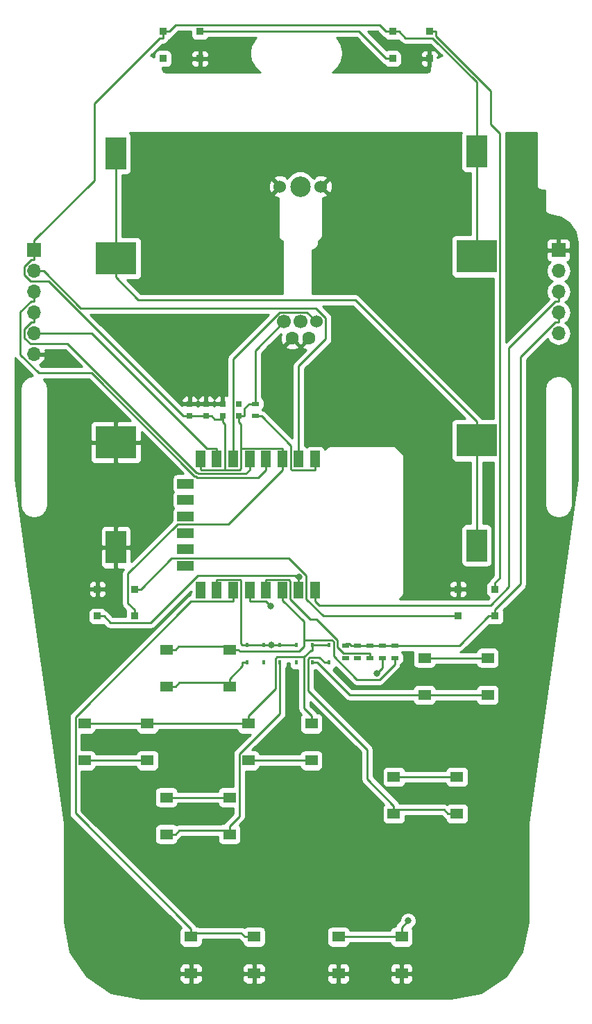
<source format=gbr>
G04 #@! TF.GenerationSoftware,KiCad,Pcbnew,(2017-07-14 revision d3b382c28)-master*
G04 #@! TF.CreationDate,2017-07-20T02:25:39-04:00*
G04 #@! TF.ProjectId,MAGLabs-2017-Swadges,4D41474C6162732D323031372D537761,rev?*
G04 #@! TF.SameCoordinates,Original
G04 #@! TF.FileFunction,Copper,L1,Top,Signal*
G04 #@! TF.FilePolarity,Positive*
%FSLAX46Y46*%
G04 Gerber Fmt 4.6, Leading zero omitted, Abs format (unit mm)*
G04 Created by KiCad (PCBNEW (2017-07-14 revision d3b382c28)-master) date Thu Jul 20 02:25:39 2017*
%MOMM*%
%LPD*%
G01*
G04 APERTURE LIST*
%ADD10R,0.900000X0.500000*%
%ADD11R,2.500000X4.000000*%
%ADD12R,5.000000X4.000000*%
%ADD13C,1.700000*%
%ADD14C,1.524000*%
%ADD15C,2.500000*%
%ADD16C,1.600000*%
%ADD17R,1.550000X1.300000*%
%ADD18R,0.750000X0.800000*%
%ADD19R,0.450000X0.600000*%
%ADD20R,0.900000X0.900000*%
%ADD21O,1.700000X1.700000*%
%ADD22R,1.700000X1.700000*%
%ADD23R,1.200000X2.000000*%
%ADD24R,2.000000X1.200000*%
%ADD25C,0.800000*%
%ADD26C,0.250000*%
%ADD27C,0.254000*%
G04 APERTURE END LIST*
D10*
X148000000Y-111250000D03*
X148000000Y-112750000D03*
X146500000Y-112750000D03*
X146500000Y-111250000D03*
X145000000Y-112750000D03*
X145000000Y-111250000D03*
D11*
X158000000Y-99035000D03*
D12*
X158000000Y-86225000D03*
X158000000Y-63775000D03*
D11*
X158000000Y-50965000D03*
D13*
X134500000Y-71750000D03*
X136500000Y-71750000D03*
D14*
X138500000Y-71750000D03*
X139000000Y-55250000D03*
X134000000Y-55250000D03*
D15*
X136500000Y-55250000D03*
D16*
X135500000Y-73750000D03*
X137500000Y-73750000D03*
D17*
X151650000Y-112750000D03*
X159350000Y-112750000D03*
X159350000Y-117250000D03*
X151650000Y-117250000D03*
X147900000Y-127250000D03*
X155600000Y-127250000D03*
X155600000Y-131750000D03*
X147900000Y-131750000D03*
X141150000Y-146750000D03*
X148850000Y-146750000D03*
X148850000Y-151250000D03*
X141150000Y-151250000D03*
X123150000Y-146750000D03*
X130850000Y-146750000D03*
X130850000Y-151250000D03*
X123150000Y-151250000D03*
X130150000Y-120750000D03*
X137850000Y-120750000D03*
X137850000Y-125250000D03*
X130150000Y-125250000D03*
X120150000Y-129750000D03*
X127850000Y-129750000D03*
X127850000Y-134250000D03*
X120150000Y-134250000D03*
X120150000Y-111750000D03*
X127850000Y-111750000D03*
X127850000Y-116250000D03*
X120150000Y-116250000D03*
X110150000Y-120750000D03*
X117850000Y-120750000D03*
X117850000Y-125250000D03*
X110150000Y-125250000D03*
D11*
X114000000Y-51190000D03*
D12*
X114000000Y-64000000D03*
X114000000Y-86450000D03*
D11*
X114000000Y-99260000D03*
D18*
X123000000Y-83250000D03*
X123000000Y-81750000D03*
X129000000Y-81750000D03*
X129000000Y-83250000D03*
X125000000Y-83250000D03*
X125000000Y-81750000D03*
X127000000Y-81750000D03*
X127000000Y-83250000D03*
D19*
X130000000Y-113300000D03*
X130000000Y-111200000D03*
X132000000Y-113300000D03*
X132000000Y-111200000D03*
X134000000Y-113300000D03*
X134000000Y-111200000D03*
D20*
X116250000Y-107650000D03*
X111750000Y-107650000D03*
X116250000Y-104350000D03*
X111750000Y-104350000D03*
X155750000Y-104350000D03*
X160250000Y-104350000D03*
X155750000Y-107650000D03*
X160250000Y-107650000D03*
X147750000Y-36350000D03*
X152250000Y-36350000D03*
X147750000Y-39650000D03*
X152250000Y-39650000D03*
X124250000Y-39650000D03*
X119750000Y-39650000D03*
X124250000Y-36350000D03*
X119750000Y-36350000D03*
D19*
X136000000Y-113300000D03*
X136000000Y-111200000D03*
X138000000Y-111200000D03*
X138000000Y-113300000D03*
X140000000Y-111200000D03*
X140000000Y-113300000D03*
D21*
X104000000Y-75700000D03*
X104000000Y-73160000D03*
X104000000Y-70620000D03*
X104000000Y-68080000D03*
X104000000Y-65540000D03*
D22*
X104000000Y-63000000D03*
D21*
X168000000Y-73160000D03*
X168000000Y-70620000D03*
X168000000Y-68080000D03*
X168000000Y-65540000D03*
D22*
X168000000Y-63000000D03*
D10*
X131000000Y-83250000D03*
X131000000Y-81750000D03*
X143500000Y-112750000D03*
X143500000Y-111250000D03*
X142000000Y-111250000D03*
X142000000Y-112750000D03*
D23*
X138300000Y-104500000D03*
X136300000Y-104500000D03*
X134300000Y-104500000D03*
X132300000Y-104500000D03*
X130300000Y-104500000D03*
X128300000Y-104500000D03*
X126300000Y-104500000D03*
X124300000Y-104500000D03*
X138300000Y-88500000D03*
X136300000Y-88500000D03*
X134300000Y-88500000D03*
X132300000Y-88500000D03*
X130300000Y-88500000D03*
X128300000Y-88500000D03*
X126300000Y-88500000D03*
X124300000Y-88500000D03*
D24*
X122500000Y-91500000D03*
X122500000Y-93500000D03*
X122500000Y-95500000D03*
X122500000Y-101500000D03*
X122500000Y-99500000D03*
X122500000Y-97500000D03*
D25*
X133000000Y-111174000D03*
X145852600Y-114634900D03*
X136346400Y-102836200D03*
X132878100Y-106414900D03*
X149650000Y-144783700D03*
D26*
X158000000Y-86225000D02*
X158000000Y-99035000D01*
X114000000Y-51190000D02*
X114000000Y-64000000D01*
X114000000Y-64000000D02*
X114000000Y-66325300D01*
X158000000Y-86225000D02*
X158000000Y-83899700D01*
X116750000Y-69075300D02*
X114000000Y-66325300D01*
X143175600Y-69075300D02*
X116750000Y-69075300D01*
X158000000Y-83899700D02*
X143175600Y-69075300D01*
X160250000Y-107650000D02*
X159474700Y-107650000D01*
X145000000Y-111250000D02*
X143500000Y-111250000D01*
X145000000Y-111250000D02*
X146500000Y-111250000D01*
X146500000Y-111250000D02*
X148000000Y-111250000D01*
X155874700Y-111250000D02*
X148775300Y-111250000D01*
X159474700Y-107650000D02*
X155874700Y-111250000D01*
X148000000Y-111250000D02*
X148775300Y-111250000D01*
X142000000Y-111250000D02*
X142000000Y-110962300D01*
X142437000Y-110962300D02*
X142724700Y-111250000D01*
X142000000Y-110962300D02*
X142437000Y-110962300D01*
X143500000Y-111250000D02*
X142724700Y-111250000D01*
X158000000Y-42487600D02*
X158000000Y-50965000D01*
X152637700Y-37125300D02*
X158000000Y-42487600D01*
X149300600Y-37125300D02*
X152637700Y-37125300D01*
X148525300Y-36350000D02*
X149300600Y-37125300D01*
X147750000Y-36350000D02*
X148525300Y-36350000D01*
X146199400Y-35574700D02*
X146974700Y-36350000D01*
X121300600Y-35574700D02*
X146199400Y-35574700D01*
X120525300Y-36350000D02*
X121300600Y-35574700D01*
X119750000Y-36350000D02*
X120525300Y-36350000D01*
X147750000Y-36350000D02*
X146974700Y-36350000D01*
X119362300Y-37125300D02*
X119750000Y-37125300D01*
X111335400Y-45152200D02*
X119362300Y-37125300D01*
X111335400Y-54489300D02*
X111335400Y-45152200D01*
X104000000Y-61824700D02*
X111335400Y-54489300D01*
X104000000Y-63000000D02*
X104000000Y-61824700D01*
X119750000Y-36350000D02*
X119750000Y-37125300D01*
X124300000Y-88500000D02*
X124300000Y-89712700D01*
X158000000Y-50965000D02*
X158000000Y-63775000D01*
X125000000Y-83250000D02*
X124299700Y-83250000D01*
X131000000Y-75250000D02*
X134500000Y-71750000D01*
X131000000Y-81174700D02*
X131000000Y-75250000D01*
X131000000Y-81750000D02*
X131000000Y-81174700D01*
X131000000Y-81750000D02*
X130224700Y-81750000D01*
X127000000Y-83250000D02*
X127000000Y-83612600D01*
X127000000Y-83612600D02*
X127000000Y-83975300D01*
X126062900Y-83612600D02*
X125700300Y-83250000D01*
X127000000Y-83612600D02*
X126062900Y-83612600D01*
X125000000Y-83250000D02*
X125700300Y-83250000D01*
X127300000Y-84275300D02*
X127000000Y-83975300D01*
X127300000Y-89825300D02*
X127300000Y-84275300D01*
X124412600Y-89825300D02*
X127300000Y-89825300D01*
X124300000Y-89712700D02*
X124412600Y-89825300D01*
X129700300Y-82274400D02*
X130224700Y-81750000D01*
X129700300Y-83250000D02*
X129700300Y-82274400D01*
X129000000Y-83250000D02*
X129700300Y-83250000D01*
X129000000Y-83250000D02*
X129000000Y-83975300D01*
X124299700Y-83250000D02*
X123000000Y-83250000D01*
X103632600Y-64175300D02*
X104000000Y-64175300D01*
X102824700Y-64983200D02*
X103632600Y-64175300D01*
X102824700Y-66028400D02*
X102824700Y-64983200D01*
X103606300Y-66810000D02*
X102824700Y-66028400D01*
X105808400Y-66810000D02*
X103606300Y-66810000D01*
X122248400Y-83250000D02*
X105808400Y-66810000D01*
X123000000Y-83250000D02*
X122248400Y-83250000D01*
X104000000Y-63000000D02*
X104000000Y-64175300D01*
X134300000Y-88500000D02*
X134300000Y-89825300D01*
X116250000Y-107650000D02*
X116250000Y-106874700D01*
X134300000Y-88500000D02*
X134300000Y-87174700D01*
X129225400Y-87174700D02*
X134300000Y-87174700D01*
X129225400Y-84200700D02*
X129225400Y-87174700D01*
X129000000Y-83975300D02*
X129225400Y-84200700D01*
X129059700Y-89825300D02*
X127300000Y-89825300D01*
X129225400Y-89659600D02*
X129059700Y-89825300D01*
X129225400Y-87174700D02*
X129225400Y-89659600D01*
X127696100Y-96429200D02*
X134300000Y-89825300D01*
X121510000Y-96429200D02*
X127696100Y-96429200D01*
X115474700Y-102464500D02*
X121510000Y-96429200D01*
X115474700Y-106099400D02*
X115474700Y-102464500D01*
X116250000Y-106874700D02*
X115474700Y-106099400D01*
X163377800Y-103746900D02*
X160250000Y-106874700D01*
X163377800Y-76050200D02*
X163377800Y-103746900D01*
X167632700Y-71795300D02*
X163377800Y-76050200D01*
X168000000Y-71795300D02*
X167632700Y-71795300D01*
X168000000Y-70620000D02*
X168000000Y-71795300D01*
X160250000Y-107650000D02*
X160250000Y-106874700D01*
X129449700Y-113675000D02*
X127850000Y-115274700D01*
X129449700Y-113300000D02*
X129449700Y-113675000D01*
X130000000Y-113300000D02*
X129449700Y-113300000D01*
X127850000Y-116250000D02*
X127850000Y-115762300D01*
X127850000Y-115762300D02*
X127850000Y-115274700D01*
X121738000Y-115762300D02*
X121250300Y-116250000D01*
X127850000Y-115762300D02*
X121738000Y-115762300D01*
X120150000Y-116250000D02*
X121250300Y-116250000D01*
X136000000Y-111200000D02*
X134000000Y-111200000D01*
X146500000Y-113987500D02*
X146500000Y-112750000D01*
X145852600Y-114634900D02*
X146500000Y-113987500D01*
X133000000Y-111200000D02*
X133000000Y-111174000D01*
X134000000Y-111200000D02*
X133000000Y-111200000D01*
X133000000Y-111200000D02*
X132550300Y-111200000D01*
X132275200Y-111200000D02*
X132550300Y-111200000D01*
X132275200Y-111200000D02*
X132000000Y-111200000D01*
X132000000Y-111200000D02*
X130000000Y-111200000D01*
X129225400Y-110975700D02*
X129449700Y-111200000D01*
X129225400Y-103279800D02*
X129225400Y-110975700D01*
X129120300Y-103174700D02*
X129225400Y-103279800D01*
X126300000Y-103174700D02*
X129120300Y-103174700D01*
X126300000Y-104500000D02*
X126300000Y-103174700D01*
X130000000Y-111200000D02*
X129449700Y-111200000D01*
X134000000Y-119510400D02*
X134000000Y-113300000D01*
X129049600Y-124460800D02*
X134000000Y-119510400D01*
X129049600Y-132075100D02*
X129049600Y-124460800D01*
X127850000Y-133274700D02*
X129049600Y-132075100D01*
X127850000Y-134250000D02*
X127850000Y-133762300D01*
X127850000Y-133762300D02*
X127850000Y-133274700D01*
X121738000Y-133762300D02*
X121250300Y-134250000D01*
X127850000Y-133762300D02*
X121738000Y-133762300D01*
X120150000Y-134250000D02*
X121250300Y-134250000D01*
X136300000Y-104500000D02*
X136300000Y-103174700D01*
X111750000Y-107650000D02*
X112525300Y-107650000D01*
X136346400Y-102836200D02*
X136154000Y-103028600D01*
X136300000Y-103174700D02*
X136154000Y-103028600D01*
X113300600Y-108425300D02*
X112525300Y-107650000D01*
X118264900Y-108425300D02*
X113300600Y-108425300D01*
X124012900Y-102677300D02*
X118264900Y-108425300D01*
X135802600Y-102677300D02*
X124012900Y-102677300D01*
X136154000Y-103028600D02*
X135802600Y-102677300D01*
X120800700Y-100574600D02*
X117025300Y-104350000D01*
X135110600Y-100574600D02*
X120800700Y-100574600D01*
X137225400Y-102689400D02*
X135110600Y-100574600D01*
X137225400Y-105539000D02*
X137225400Y-102689400D01*
X139336400Y-107650000D02*
X137225400Y-105539000D01*
X155750000Y-107650000D02*
X139336400Y-107650000D01*
X116250000Y-104350000D02*
X117025300Y-104350000D01*
X153025300Y-36876000D02*
X153025300Y-36350000D01*
X159716800Y-43567500D02*
X153025300Y-36876000D01*
X159716800Y-47691800D02*
X159716800Y-43567500D01*
X160825300Y-48800300D02*
X159716800Y-47691800D01*
X160825300Y-102999400D02*
X160825300Y-48800300D01*
X160250000Y-103574700D02*
X160825300Y-102999400D01*
X160250000Y-104350000D02*
X160250000Y-103574700D01*
X152250000Y-36350000D02*
X153025300Y-36350000D01*
X143674700Y-36350000D02*
X146974700Y-39650000D01*
X124250000Y-36350000D02*
X143674700Y-36350000D01*
X147750000Y-39650000D02*
X146974700Y-39650000D01*
X137850000Y-120750000D02*
X137850000Y-119774700D01*
X130150000Y-120750000D02*
X117850000Y-120750000D01*
X117850000Y-120750000D02*
X110150000Y-120750000D01*
X140000000Y-111200000D02*
X138000000Y-111200000D01*
X138000000Y-111200000D02*
X138000000Y-111825300D01*
X137766800Y-111825300D02*
X136969300Y-112622800D01*
X138000000Y-111825300D02*
X137766800Y-111825300D01*
X136969300Y-118894000D02*
X137850000Y-119774700D01*
X136969300Y-112622800D02*
X136969300Y-118894000D01*
X133449600Y-116475100D02*
X130150000Y-119774700D01*
X133449600Y-112834500D02*
X133449600Y-116475100D01*
X133661300Y-112622800D02*
X133449600Y-112834500D01*
X136969300Y-112622800D02*
X133661300Y-112622800D01*
X130150000Y-120750000D02*
X130150000Y-119774700D01*
X138000000Y-113300000D02*
X138550300Y-113300000D01*
X142500300Y-117250000D02*
X151650000Y-117250000D01*
X138550300Y-113300000D02*
X142500300Y-117250000D01*
X151650000Y-117250000D02*
X159350000Y-117250000D01*
X144637200Y-127511900D02*
X147900000Y-130774700D01*
X144637200Y-123912200D02*
X144637200Y-127511900D01*
X137449600Y-116724600D02*
X144637200Y-123912200D01*
X137449600Y-112851000D02*
X137449600Y-116724600D01*
X137650400Y-112650200D02*
X137449600Y-112851000D01*
X138799900Y-112650200D02*
X137650400Y-112650200D01*
X139449700Y-113300000D02*
X138799900Y-112650200D01*
X140000000Y-113300000D02*
X139449700Y-113300000D01*
X147900000Y-131750000D02*
X147900000Y-131262300D01*
X147900000Y-131262300D02*
X147900000Y-130774700D01*
X154012000Y-131262300D02*
X154499700Y-131750000D01*
X147900000Y-131262300D02*
X154012000Y-131262300D01*
X155600000Y-131750000D02*
X154499700Y-131750000D01*
X111042800Y-73160000D02*
X104000000Y-73160000D01*
X125057500Y-87174700D02*
X111042800Y-73160000D01*
X126300000Y-87174700D02*
X125057500Y-87174700D01*
X126300000Y-88500000D02*
X126300000Y-87174700D01*
X130300000Y-88500000D02*
X130300000Y-89825300D01*
X104000000Y-70620000D02*
X104000000Y-71795300D01*
X103632600Y-71795300D02*
X104000000Y-71795300D01*
X102824700Y-72603200D02*
X103632600Y-71795300D01*
X102824700Y-73709000D02*
X102824700Y-72603200D01*
X103545700Y-74430000D02*
X102824700Y-73709000D01*
X108096700Y-74430000D02*
X103545700Y-74430000D01*
X123791000Y-90124300D02*
X108096700Y-74430000D01*
X123910100Y-90124300D02*
X123791000Y-90124300D01*
X124062300Y-90276500D02*
X123910100Y-90124300D01*
X129848800Y-90276500D02*
X124062300Y-90276500D01*
X130300000Y-89825300D02*
X129848800Y-90276500D01*
X103632700Y-69255300D02*
X104000000Y-69255300D01*
X102358300Y-70529700D02*
X103632700Y-69255300D01*
X102358300Y-75744500D02*
X102358300Y-70529700D01*
X104625400Y-78011600D02*
X102358300Y-75744500D01*
X111036200Y-78011600D02*
X104625400Y-78011600D01*
X123599200Y-90574600D02*
X111036200Y-78011600D01*
X123723500Y-90574600D02*
X123599200Y-90574600D01*
X123876700Y-90727800D02*
X123723500Y-90574600D01*
X131397500Y-90727800D02*
X123876700Y-90727800D01*
X132300000Y-89825300D02*
X131397500Y-90727800D01*
X132300000Y-88500000D02*
X132300000Y-89825300D01*
X104000000Y-68080000D02*
X104000000Y-69255300D01*
X109707600Y-70072300D02*
X105175300Y-65540000D01*
X138360400Y-70072300D02*
X109707600Y-70072300D01*
X139610400Y-71322300D02*
X138360400Y-70072300D01*
X139610400Y-73841400D02*
X139610400Y-71322300D01*
X136300000Y-77151800D02*
X139610400Y-73841400D01*
X136300000Y-88500000D02*
X136300000Y-77151800D01*
X104000000Y-65540000D02*
X105175300Y-65540000D01*
X132288500Y-105825300D02*
X132878100Y-106414900D01*
X130300000Y-105825300D02*
X132288500Y-105825300D01*
X130300000Y-104500000D02*
X130300000Y-105825300D01*
X148850000Y-145583700D02*
X148850000Y-146750000D01*
X149650000Y-144783700D02*
X148850000Y-145583700D01*
X141150000Y-146750000D02*
X142250300Y-146750000D01*
X148850000Y-146750000D02*
X142250300Y-146750000D01*
X167632700Y-69255300D02*
X168000000Y-69255300D01*
X161935500Y-74952500D02*
X167632700Y-69255300D01*
X161935500Y-104082600D02*
X161935500Y-74952500D01*
X159690100Y-106328000D02*
X161935500Y-104082600D01*
X138802700Y-106328000D02*
X159690100Y-106328000D01*
X138300000Y-105825300D02*
X138802700Y-106328000D01*
X138300000Y-104500000D02*
X138300000Y-105825300D01*
X168000000Y-68080000D02*
X168000000Y-69255300D01*
X135374600Y-86849300D02*
X131775300Y-83250000D01*
X135374600Y-89701900D02*
X135374600Y-86849300D01*
X135498000Y-89825300D02*
X135374600Y-89701900D01*
X138300000Y-89825300D02*
X135498000Y-89825300D01*
X138300000Y-88500000D02*
X138300000Y-89825300D01*
X131000000Y-83250000D02*
X131775300Y-83250000D01*
X128300000Y-104500000D02*
X128300000Y-105825300D01*
X123180700Y-105825300D02*
X128300000Y-105825300D01*
X109049600Y-119956400D02*
X123180700Y-105825300D01*
X109049600Y-131674300D02*
X109049600Y-119956400D01*
X123150000Y-145774700D02*
X109049600Y-131674300D01*
X123150000Y-146750000D02*
X123150000Y-146262300D01*
X123150000Y-146262300D02*
X123150000Y-145774700D01*
X129262000Y-146262300D02*
X129749700Y-146750000D01*
X123150000Y-146262300D02*
X129262000Y-146262300D01*
X130850000Y-146750000D02*
X129749700Y-146750000D01*
X137324200Y-70574200D02*
X138500000Y-71750000D01*
X133990700Y-70574200D02*
X137324200Y-70574200D01*
X128299600Y-76265300D02*
X133990700Y-70574200D01*
X128299600Y-87174300D02*
X128299600Y-76265300D01*
X128300000Y-87174700D02*
X128299600Y-87174300D01*
X128300000Y-88500000D02*
X128300000Y-87174700D01*
X127850000Y-129750000D02*
X120150000Y-129750000D01*
X110150000Y-125250000D02*
X117850000Y-125250000D01*
X130150000Y-125250000D02*
X137850000Y-125250000D01*
X159350000Y-112750000D02*
X151650000Y-112750000D01*
X155600000Y-127250000D02*
X147900000Y-127250000D01*
X127850000Y-111750000D02*
X127850000Y-111374900D01*
X121625400Y-111374900D02*
X121250300Y-111750000D01*
X127850000Y-111374900D02*
X121625400Y-111374900D01*
X120150000Y-111750000D02*
X121250300Y-111750000D01*
X134300000Y-104500000D02*
X134300000Y-105712700D01*
X127850000Y-111750000D02*
X128950300Y-111750000D01*
X140359200Y-110565400D02*
X136907900Y-110565400D01*
X140550400Y-110756600D02*
X140359200Y-110565400D01*
X140550400Y-112522700D02*
X140550400Y-110756600D01*
X143413600Y-115385900D02*
X140550400Y-112522700D01*
X146149900Y-115385900D02*
X143413600Y-115385900D01*
X148000000Y-113535800D02*
X146149900Y-115385900D01*
X148000000Y-112750000D02*
X148000000Y-113535800D01*
X136907900Y-108320600D02*
X136907900Y-110565400D01*
X134300000Y-105712700D02*
X136907900Y-108320600D01*
X129099700Y-111899400D02*
X128950300Y-111750000D01*
X136329600Y-111899400D02*
X129099700Y-111899400D01*
X136907900Y-111321100D02*
X136329600Y-111899400D01*
X136907900Y-110565400D02*
X136907900Y-111321100D01*
X132300000Y-104500000D02*
X132300000Y-103174700D01*
X145000000Y-112750000D02*
X145000000Y-112174700D01*
X141743100Y-112174700D02*
X145000000Y-112174700D01*
X141000800Y-111432400D02*
X141743100Y-112174700D01*
X141000800Y-110567700D02*
X141000800Y-111432400D01*
X138494800Y-108061700D02*
X141000800Y-110567700D01*
X137728800Y-108061700D02*
X138494800Y-108061700D01*
X135225400Y-105558300D02*
X137728800Y-108061700D01*
X135225400Y-103351000D02*
X135225400Y-105558300D01*
X135049100Y-103174700D02*
X135225400Y-103351000D01*
X132300000Y-103174700D02*
X135049100Y-103174700D01*
D27*
G36*
X165290000Y-55000000D02*
X165344046Y-55271705D01*
X165497954Y-55502046D01*
X165728295Y-55655954D01*
X166000000Y-55710000D01*
X166290000Y-55710000D01*
X166290000Y-58000000D01*
X166303643Y-58068586D01*
X166303643Y-58138514D01*
X166330404Y-58203120D01*
X166344046Y-58271705D01*
X166382894Y-58329846D01*
X166409656Y-58394455D01*
X166459104Y-58443903D01*
X166497954Y-58502046D01*
X166556098Y-58540897D01*
X166605545Y-58590343D01*
X166670152Y-58617104D01*
X166728295Y-58655954D01*
X166796877Y-58669596D01*
X166861486Y-58696358D01*
X168253707Y-58973288D01*
X169316546Y-59683454D01*
X170026712Y-60746295D01*
X170290000Y-62069931D01*
X170290000Y-90949543D01*
X164297136Y-132899591D01*
X164299897Y-132950245D01*
X164290000Y-133000000D01*
X164290000Y-144930069D01*
X163569989Y-148549807D01*
X161559187Y-151559186D01*
X158549805Y-153569990D01*
X154930069Y-154290000D01*
X117069931Y-154290000D01*
X113450193Y-153569989D01*
X110440814Y-151559187D01*
X110425154Y-151535750D01*
X121740000Y-151535750D01*
X121740000Y-152026310D01*
X121836673Y-152259699D01*
X122015302Y-152438327D01*
X122248691Y-152535000D01*
X122864250Y-152535000D01*
X123023000Y-152376250D01*
X123023000Y-151377000D01*
X123277000Y-151377000D01*
X123277000Y-152376250D01*
X123435750Y-152535000D01*
X124051309Y-152535000D01*
X124284698Y-152438327D01*
X124463327Y-152259699D01*
X124560000Y-152026310D01*
X124560000Y-151535750D01*
X129440000Y-151535750D01*
X129440000Y-152026310D01*
X129536673Y-152259699D01*
X129715302Y-152438327D01*
X129948691Y-152535000D01*
X130564250Y-152535000D01*
X130723000Y-152376250D01*
X130723000Y-151377000D01*
X130977000Y-151377000D01*
X130977000Y-152376250D01*
X131135750Y-152535000D01*
X131751309Y-152535000D01*
X131984698Y-152438327D01*
X132163327Y-152259699D01*
X132260000Y-152026310D01*
X132260000Y-151535750D01*
X139740000Y-151535750D01*
X139740000Y-152026310D01*
X139836673Y-152259699D01*
X140015302Y-152438327D01*
X140248691Y-152535000D01*
X140864250Y-152535000D01*
X141023000Y-152376250D01*
X141023000Y-151377000D01*
X141277000Y-151377000D01*
X141277000Y-152376250D01*
X141435750Y-152535000D01*
X142051309Y-152535000D01*
X142284698Y-152438327D01*
X142463327Y-152259699D01*
X142560000Y-152026310D01*
X142560000Y-151535750D01*
X147440000Y-151535750D01*
X147440000Y-152026310D01*
X147536673Y-152259699D01*
X147715302Y-152438327D01*
X147948691Y-152535000D01*
X148564250Y-152535000D01*
X148723000Y-152376250D01*
X148723000Y-151377000D01*
X148977000Y-151377000D01*
X148977000Y-152376250D01*
X149135750Y-152535000D01*
X149751309Y-152535000D01*
X149984698Y-152438327D01*
X150163327Y-152259699D01*
X150260000Y-152026310D01*
X150260000Y-151535750D01*
X150101250Y-151377000D01*
X148977000Y-151377000D01*
X148723000Y-151377000D01*
X147598750Y-151377000D01*
X147440000Y-151535750D01*
X142560000Y-151535750D01*
X142401250Y-151377000D01*
X141277000Y-151377000D01*
X141023000Y-151377000D01*
X139898750Y-151377000D01*
X139740000Y-151535750D01*
X132260000Y-151535750D01*
X132101250Y-151377000D01*
X130977000Y-151377000D01*
X130723000Y-151377000D01*
X129598750Y-151377000D01*
X129440000Y-151535750D01*
X124560000Y-151535750D01*
X124401250Y-151377000D01*
X123277000Y-151377000D01*
X123023000Y-151377000D01*
X121898750Y-151377000D01*
X121740000Y-151535750D01*
X110425154Y-151535750D01*
X109715509Y-150473690D01*
X121740000Y-150473690D01*
X121740000Y-150964250D01*
X121898750Y-151123000D01*
X123023000Y-151123000D01*
X123023000Y-150123750D01*
X123277000Y-150123750D01*
X123277000Y-151123000D01*
X124401250Y-151123000D01*
X124560000Y-150964250D01*
X124560000Y-150473690D01*
X129440000Y-150473690D01*
X129440000Y-150964250D01*
X129598750Y-151123000D01*
X130723000Y-151123000D01*
X130723000Y-150123750D01*
X130977000Y-150123750D01*
X130977000Y-151123000D01*
X132101250Y-151123000D01*
X132260000Y-150964250D01*
X132260000Y-150473690D01*
X139740000Y-150473690D01*
X139740000Y-150964250D01*
X139898750Y-151123000D01*
X141023000Y-151123000D01*
X141023000Y-150123750D01*
X141277000Y-150123750D01*
X141277000Y-151123000D01*
X142401250Y-151123000D01*
X142560000Y-150964250D01*
X142560000Y-150473690D01*
X147440000Y-150473690D01*
X147440000Y-150964250D01*
X147598750Y-151123000D01*
X148723000Y-151123000D01*
X148723000Y-150123750D01*
X148977000Y-150123750D01*
X148977000Y-151123000D01*
X150101250Y-151123000D01*
X150260000Y-150964250D01*
X150260000Y-150473690D01*
X150163327Y-150240301D01*
X149984698Y-150061673D01*
X149751309Y-149965000D01*
X149135750Y-149965000D01*
X148977000Y-150123750D01*
X148723000Y-150123750D01*
X148564250Y-149965000D01*
X147948691Y-149965000D01*
X147715302Y-150061673D01*
X147536673Y-150240301D01*
X147440000Y-150473690D01*
X142560000Y-150473690D01*
X142463327Y-150240301D01*
X142284698Y-150061673D01*
X142051309Y-149965000D01*
X141435750Y-149965000D01*
X141277000Y-150123750D01*
X141023000Y-150123750D01*
X140864250Y-149965000D01*
X140248691Y-149965000D01*
X140015302Y-150061673D01*
X139836673Y-150240301D01*
X139740000Y-150473690D01*
X132260000Y-150473690D01*
X132163327Y-150240301D01*
X131984698Y-150061673D01*
X131751309Y-149965000D01*
X131135750Y-149965000D01*
X130977000Y-150123750D01*
X130723000Y-150123750D01*
X130564250Y-149965000D01*
X129948691Y-149965000D01*
X129715302Y-150061673D01*
X129536673Y-150240301D01*
X129440000Y-150473690D01*
X124560000Y-150473690D01*
X124463327Y-150240301D01*
X124284698Y-150061673D01*
X124051309Y-149965000D01*
X123435750Y-149965000D01*
X123277000Y-150123750D01*
X123023000Y-150123750D01*
X122864250Y-149965000D01*
X122248691Y-149965000D01*
X122015302Y-150061673D01*
X121836673Y-150240301D01*
X121740000Y-150473690D01*
X109715509Y-150473690D01*
X108430010Y-148549805D01*
X107710000Y-144930069D01*
X107710000Y-133000000D01*
X107700103Y-132950245D01*
X107702864Y-132899591D01*
X103665173Y-104635750D01*
X110665000Y-104635750D01*
X110665000Y-104926310D01*
X110761673Y-105159699D01*
X110940302Y-105338327D01*
X111173691Y-105435000D01*
X111464250Y-105435000D01*
X111623000Y-105276250D01*
X111623000Y-104477000D01*
X111877000Y-104477000D01*
X111877000Y-105276250D01*
X112035750Y-105435000D01*
X112326309Y-105435000D01*
X112559698Y-105338327D01*
X112738327Y-105159699D01*
X112835000Y-104926310D01*
X112835000Y-104635750D01*
X112676250Y-104477000D01*
X111877000Y-104477000D01*
X111623000Y-104477000D01*
X110823750Y-104477000D01*
X110665000Y-104635750D01*
X103665173Y-104635750D01*
X103542022Y-103773690D01*
X110665000Y-103773690D01*
X110665000Y-104064250D01*
X110823750Y-104223000D01*
X111623000Y-104223000D01*
X111623000Y-103423750D01*
X111877000Y-103423750D01*
X111877000Y-104223000D01*
X112676250Y-104223000D01*
X112835000Y-104064250D01*
X112835000Y-103773690D01*
X112738327Y-103540301D01*
X112559698Y-103361673D01*
X112326309Y-103265000D01*
X112035750Y-103265000D01*
X111877000Y-103423750D01*
X111623000Y-103423750D01*
X111464250Y-103265000D01*
X111173691Y-103265000D01*
X110940302Y-103361673D01*
X110761673Y-103540301D01*
X110665000Y-103773690D01*
X103542022Y-103773690D01*
X102938031Y-99545750D01*
X112115000Y-99545750D01*
X112115000Y-101386310D01*
X112211673Y-101619699D01*
X112390302Y-101798327D01*
X112623691Y-101895000D01*
X113714250Y-101895000D01*
X113873000Y-101736250D01*
X113873000Y-99387000D01*
X112273750Y-99387000D01*
X112115000Y-99545750D01*
X102938031Y-99545750D01*
X102593451Y-97133690D01*
X112115000Y-97133690D01*
X112115000Y-98974250D01*
X112273750Y-99133000D01*
X113873000Y-99133000D01*
X113873000Y-96783750D01*
X114127000Y-96783750D01*
X114127000Y-99133000D01*
X115726250Y-99133000D01*
X115885000Y-98974250D01*
X115885000Y-97133690D01*
X115788327Y-96900301D01*
X115609698Y-96721673D01*
X115376309Y-96625000D01*
X114285750Y-96625000D01*
X114127000Y-96783750D01*
X113873000Y-96783750D01*
X113714250Y-96625000D01*
X112623691Y-96625000D01*
X112390302Y-96721673D01*
X112211673Y-96900301D01*
X112115000Y-97133690D01*
X102593451Y-97133690D01*
X101710000Y-90949543D01*
X101710000Y-76115928D01*
X101820899Y-76281901D01*
X103845767Y-78306769D01*
X103478804Y-78379762D01*
X103406632Y-78409657D01*
X103222862Y-78485777D01*
X102898438Y-78702549D01*
X102739501Y-78861487D01*
X102702549Y-78898439D01*
X102485776Y-79222862D01*
X102435581Y-79344046D01*
X102379762Y-79478804D01*
X102303642Y-79861487D01*
X102303642Y-79931416D01*
X102290000Y-80000000D01*
X102290000Y-94000000D01*
X102303642Y-94068584D01*
X102303642Y-94138513D01*
X102379762Y-94521196D01*
X102394928Y-94557809D01*
X102485776Y-94777138D01*
X102702549Y-95101561D01*
X102702550Y-95101562D01*
X102898438Y-95297451D01*
X103222862Y-95514223D01*
X103328877Y-95558136D01*
X103478804Y-95620238D01*
X103861486Y-95696358D01*
X104138513Y-95696358D01*
X104521196Y-95620238D01*
X104596160Y-95589187D01*
X104777138Y-95514224D01*
X105101561Y-95297451D01*
X105101562Y-95297450D01*
X105297451Y-95101562D01*
X105514223Y-94777138D01*
X105565959Y-94652235D01*
X105620238Y-94521196D01*
X105696358Y-94138514D01*
X105696358Y-94068584D01*
X105710000Y-94000000D01*
X105710000Y-86735750D01*
X110865000Y-86735750D01*
X110865000Y-88576310D01*
X110961673Y-88809699D01*
X111140302Y-88988327D01*
X111373691Y-89085000D01*
X113714250Y-89085000D01*
X113873000Y-88926250D01*
X113873000Y-86577000D01*
X114127000Y-86577000D01*
X114127000Y-88926250D01*
X114285750Y-89085000D01*
X116626309Y-89085000D01*
X116859698Y-88988327D01*
X117038327Y-88809699D01*
X117135000Y-88576310D01*
X117135000Y-86735750D01*
X116976250Y-86577000D01*
X114127000Y-86577000D01*
X113873000Y-86577000D01*
X111023750Y-86577000D01*
X110865000Y-86735750D01*
X105710000Y-86735750D01*
X105710000Y-84323690D01*
X110865000Y-84323690D01*
X110865000Y-86164250D01*
X111023750Y-86323000D01*
X113873000Y-86323000D01*
X113873000Y-83973750D01*
X113714250Y-83815000D01*
X111373691Y-83815000D01*
X111140302Y-83911673D01*
X110961673Y-84090301D01*
X110865000Y-84323690D01*
X105710000Y-84323690D01*
X105710000Y-80000000D01*
X105696358Y-79931416D01*
X105696358Y-79861486D01*
X105620238Y-79478804D01*
X105514223Y-79222863D01*
X105514223Y-79222862D01*
X105297451Y-78898438D01*
X105170612Y-78771600D01*
X110721398Y-78771600D01*
X115764798Y-83815000D01*
X114285750Y-83815000D01*
X114127000Y-83973750D01*
X114127000Y-86323000D01*
X116976250Y-86323000D01*
X117135000Y-86164250D01*
X117135000Y-85185202D01*
X122202358Y-90252560D01*
X121500000Y-90252560D01*
X121252235Y-90301843D01*
X121042191Y-90442191D01*
X120901843Y-90652235D01*
X120852560Y-90900000D01*
X120852560Y-92100000D01*
X120901843Y-92347765D01*
X121003564Y-92500000D01*
X120901843Y-92652235D01*
X120852560Y-92900000D01*
X120852560Y-94100000D01*
X120901843Y-94347765D01*
X121003564Y-94500000D01*
X120901843Y-94652235D01*
X120852560Y-94900000D01*
X120852560Y-96011838D01*
X115885000Y-100979398D01*
X115885000Y-99545750D01*
X115726250Y-99387000D01*
X114127000Y-99387000D01*
X114127000Y-101736250D01*
X114285750Y-101895000D01*
X114969398Y-101895000D01*
X114937299Y-101927099D01*
X114772552Y-102173661D01*
X114714700Y-102464500D01*
X114714700Y-106099400D01*
X114772552Y-106390239D01*
X114937299Y-106636801D01*
X115222227Y-106921729D01*
X115201843Y-106952235D01*
X115152560Y-107200000D01*
X115152560Y-107665300D01*
X113615402Y-107665300D01*
X113062701Y-107112599D01*
X112816139Y-106947852D01*
X112792023Y-106943055D01*
X112657809Y-106742191D01*
X112447765Y-106601843D01*
X112200000Y-106552560D01*
X111300000Y-106552560D01*
X111052235Y-106601843D01*
X110842191Y-106742191D01*
X110701843Y-106952235D01*
X110652560Y-107200000D01*
X110652560Y-108100000D01*
X110701843Y-108347765D01*
X110842191Y-108557809D01*
X111052235Y-108698157D01*
X111300000Y-108747440D01*
X112200000Y-108747440D01*
X112447765Y-108698157D01*
X112478271Y-108677773D01*
X112763199Y-108962701D01*
X113009761Y-109127448D01*
X113300600Y-109185300D01*
X118264900Y-109185300D01*
X118555739Y-109127448D01*
X118802301Y-108962701D01*
X123138000Y-104627002D01*
X123223748Y-104627002D01*
X123065000Y-104785750D01*
X123065000Y-105088314D01*
X122889860Y-105123152D01*
X122643299Y-105287899D01*
X108512199Y-119418999D01*
X108347452Y-119665561D01*
X108289600Y-119956400D01*
X108289600Y-131674300D01*
X108347452Y-131965139D01*
X108512199Y-132211701D01*
X121932476Y-145631978D01*
X121917191Y-145642191D01*
X121776843Y-145852235D01*
X121727560Y-146100000D01*
X121727560Y-147400000D01*
X121776843Y-147647765D01*
X121917191Y-147857809D01*
X122127235Y-147998157D01*
X122375000Y-148047440D01*
X123925000Y-148047440D01*
X124172765Y-147998157D01*
X124382809Y-147857809D01*
X124523157Y-147647765D01*
X124572440Y-147400000D01*
X124572440Y-147022300D01*
X128947198Y-147022300D01*
X129212299Y-147287401D01*
X129434725Y-147436021D01*
X129476843Y-147647765D01*
X129617191Y-147857809D01*
X129827235Y-147998157D01*
X130075000Y-148047440D01*
X131625000Y-148047440D01*
X131872765Y-147998157D01*
X132082809Y-147857809D01*
X132223157Y-147647765D01*
X132272440Y-147400000D01*
X132272440Y-146100000D01*
X139727560Y-146100000D01*
X139727560Y-147400000D01*
X139776843Y-147647765D01*
X139917191Y-147857809D01*
X140127235Y-147998157D01*
X140375000Y-148047440D01*
X141925000Y-148047440D01*
X142172765Y-147998157D01*
X142382809Y-147857809D01*
X142523157Y-147647765D01*
X142550560Y-147510000D01*
X147449440Y-147510000D01*
X147476843Y-147647765D01*
X147617191Y-147857809D01*
X147827235Y-147998157D01*
X148075000Y-148047440D01*
X149625000Y-148047440D01*
X149872765Y-147998157D01*
X150082809Y-147857809D01*
X150223157Y-147647765D01*
X150272440Y-147400000D01*
X150272440Y-146100000D01*
X150223157Y-145852235D01*
X150126033Y-145706879D01*
X150235515Y-145661642D01*
X150526919Y-145370746D01*
X150684820Y-144990477D01*
X150685179Y-144578729D01*
X150527942Y-144198185D01*
X150237046Y-143906781D01*
X149856777Y-143748880D01*
X149445029Y-143748521D01*
X149064485Y-143905758D01*
X148773081Y-144196654D01*
X148615180Y-144576923D01*
X148615034Y-144743864D01*
X148312599Y-145046299D01*
X148147852Y-145292861D01*
X148116086Y-145452560D01*
X148075000Y-145452560D01*
X147827235Y-145501843D01*
X147617191Y-145642191D01*
X147476843Y-145852235D01*
X147449440Y-145990000D01*
X142550560Y-145990000D01*
X142523157Y-145852235D01*
X142382809Y-145642191D01*
X142172765Y-145501843D01*
X141925000Y-145452560D01*
X140375000Y-145452560D01*
X140127235Y-145501843D01*
X139917191Y-145642191D01*
X139776843Y-145852235D01*
X139727560Y-146100000D01*
X132272440Y-146100000D01*
X132223157Y-145852235D01*
X132082809Y-145642191D01*
X131872765Y-145501843D01*
X131625000Y-145452560D01*
X130075000Y-145452560D01*
X129827235Y-145501843D01*
X129646405Y-145622671D01*
X129552839Y-145560152D01*
X129262000Y-145502300D01*
X124173449Y-145502300D01*
X124172765Y-145501843D01*
X123925000Y-145452560D01*
X123831233Y-145452560D01*
X123687401Y-145237299D01*
X109809600Y-131359498D01*
X109809600Y-126547440D01*
X110925000Y-126547440D01*
X111172765Y-126498157D01*
X111382809Y-126357809D01*
X111523157Y-126147765D01*
X111550560Y-126010000D01*
X116449440Y-126010000D01*
X116476843Y-126147765D01*
X116617191Y-126357809D01*
X116827235Y-126498157D01*
X117075000Y-126547440D01*
X118625000Y-126547440D01*
X118872765Y-126498157D01*
X119082809Y-126357809D01*
X119223157Y-126147765D01*
X119272440Y-125900000D01*
X119272440Y-124600000D01*
X119223157Y-124352235D01*
X119082809Y-124142191D01*
X118872765Y-124001843D01*
X118625000Y-123952560D01*
X117075000Y-123952560D01*
X116827235Y-124001843D01*
X116617191Y-124142191D01*
X116476843Y-124352235D01*
X116449440Y-124490000D01*
X111550560Y-124490000D01*
X111523157Y-124352235D01*
X111382809Y-124142191D01*
X111172765Y-124001843D01*
X110925000Y-123952560D01*
X109809600Y-123952560D01*
X109809600Y-122047440D01*
X110925000Y-122047440D01*
X111172765Y-121998157D01*
X111382809Y-121857809D01*
X111523157Y-121647765D01*
X111550560Y-121510000D01*
X116449440Y-121510000D01*
X116476843Y-121647765D01*
X116617191Y-121857809D01*
X116827235Y-121998157D01*
X117075000Y-122047440D01*
X118625000Y-122047440D01*
X118872765Y-121998157D01*
X119082809Y-121857809D01*
X119223157Y-121647765D01*
X119250560Y-121510000D01*
X128749440Y-121510000D01*
X128776843Y-121647765D01*
X128917191Y-121857809D01*
X129127235Y-121998157D01*
X129375000Y-122047440D01*
X130388158Y-122047440D01*
X128512199Y-123923399D01*
X128347452Y-124169961D01*
X128289600Y-124460800D01*
X128289600Y-128452560D01*
X127075000Y-128452560D01*
X126827235Y-128501843D01*
X126617191Y-128642191D01*
X126476843Y-128852235D01*
X126449440Y-128990000D01*
X121550560Y-128990000D01*
X121523157Y-128852235D01*
X121382809Y-128642191D01*
X121172765Y-128501843D01*
X120925000Y-128452560D01*
X119375000Y-128452560D01*
X119127235Y-128501843D01*
X118917191Y-128642191D01*
X118776843Y-128852235D01*
X118727560Y-129100000D01*
X118727560Y-130400000D01*
X118776843Y-130647765D01*
X118917191Y-130857809D01*
X119127235Y-130998157D01*
X119375000Y-131047440D01*
X120925000Y-131047440D01*
X121172765Y-130998157D01*
X121382809Y-130857809D01*
X121523157Y-130647765D01*
X121550560Y-130510000D01*
X126449440Y-130510000D01*
X126476843Y-130647765D01*
X126617191Y-130857809D01*
X126827235Y-130998157D01*
X127075000Y-131047440D01*
X128289600Y-131047440D01*
X128289600Y-131760298D01*
X127312599Y-132737299D01*
X127168767Y-132952560D01*
X127075000Y-132952560D01*
X126827235Y-133001843D01*
X126826551Y-133002300D01*
X121738000Y-133002300D01*
X121447161Y-133060152D01*
X121353595Y-133122671D01*
X121172765Y-133001843D01*
X120925000Y-132952560D01*
X119375000Y-132952560D01*
X119127235Y-133001843D01*
X118917191Y-133142191D01*
X118776843Y-133352235D01*
X118727560Y-133600000D01*
X118727560Y-134900000D01*
X118776843Y-135147765D01*
X118917191Y-135357809D01*
X119127235Y-135498157D01*
X119375000Y-135547440D01*
X120925000Y-135547440D01*
X121172765Y-135498157D01*
X121382809Y-135357809D01*
X121523157Y-135147765D01*
X121565275Y-134936021D01*
X121787701Y-134787401D01*
X122052802Y-134522300D01*
X126427560Y-134522300D01*
X126427560Y-134900000D01*
X126476843Y-135147765D01*
X126617191Y-135357809D01*
X126827235Y-135498157D01*
X127075000Y-135547440D01*
X128625000Y-135547440D01*
X128872765Y-135498157D01*
X129082809Y-135357809D01*
X129223157Y-135147765D01*
X129272440Y-134900000D01*
X129272440Y-133600000D01*
X129223157Y-133352235D01*
X129082809Y-133142191D01*
X129067524Y-133131978D01*
X129587001Y-132612501D01*
X129751748Y-132365939D01*
X129809600Y-132075100D01*
X129809600Y-126547440D01*
X130925000Y-126547440D01*
X131172765Y-126498157D01*
X131382809Y-126357809D01*
X131523157Y-126147765D01*
X131550560Y-126010000D01*
X136449440Y-126010000D01*
X136476843Y-126147765D01*
X136617191Y-126357809D01*
X136827235Y-126498157D01*
X137075000Y-126547440D01*
X138625000Y-126547440D01*
X138872765Y-126498157D01*
X139082809Y-126357809D01*
X139223157Y-126147765D01*
X139272440Y-125900000D01*
X139272440Y-124600000D01*
X139223157Y-124352235D01*
X139082809Y-124142191D01*
X138872765Y-124001843D01*
X138625000Y-123952560D01*
X137075000Y-123952560D01*
X136827235Y-124001843D01*
X136617191Y-124142191D01*
X136476843Y-124352235D01*
X136449440Y-124490000D01*
X131550560Y-124490000D01*
X131523157Y-124352235D01*
X131382809Y-124142191D01*
X131172765Y-124001843D01*
X130925000Y-123952560D01*
X130632642Y-123952560D01*
X134537401Y-120047801D01*
X134702148Y-119801239D01*
X134760000Y-119510400D01*
X134760000Y-113942285D01*
X134823157Y-113847765D01*
X134872440Y-113600000D01*
X134872440Y-113382800D01*
X135127560Y-113382800D01*
X135127560Y-113600000D01*
X135176843Y-113847765D01*
X135317191Y-114057809D01*
X135527235Y-114198157D01*
X135775000Y-114247440D01*
X136209300Y-114247440D01*
X136209300Y-118894000D01*
X136267152Y-119184839D01*
X136431899Y-119431401D01*
X136632476Y-119631978D01*
X136617191Y-119642191D01*
X136476843Y-119852235D01*
X136427560Y-120100000D01*
X136427560Y-121400000D01*
X136476843Y-121647765D01*
X136617191Y-121857809D01*
X136827235Y-121998157D01*
X137075000Y-122047440D01*
X138625000Y-122047440D01*
X138872765Y-121998157D01*
X139082809Y-121857809D01*
X139223157Y-121647765D01*
X139272440Y-121400000D01*
X139272440Y-120100000D01*
X139223157Y-119852235D01*
X139082809Y-119642191D01*
X138872765Y-119501843D01*
X138625000Y-119452560D01*
X138531233Y-119452560D01*
X138387401Y-119237299D01*
X137729300Y-118579198D01*
X137729300Y-118079102D01*
X143877200Y-124227002D01*
X143877200Y-127511900D01*
X143935052Y-127802739D01*
X144099799Y-128049301D01*
X146682476Y-130631978D01*
X146667191Y-130642191D01*
X146526843Y-130852235D01*
X146477560Y-131100000D01*
X146477560Y-132400000D01*
X146526843Y-132647765D01*
X146667191Y-132857809D01*
X146877235Y-132998157D01*
X147125000Y-133047440D01*
X148675000Y-133047440D01*
X148922765Y-132998157D01*
X149132809Y-132857809D01*
X149273157Y-132647765D01*
X149322440Y-132400000D01*
X149322440Y-132022300D01*
X153697198Y-132022300D01*
X153962299Y-132287401D01*
X154184725Y-132436021D01*
X154226843Y-132647765D01*
X154367191Y-132857809D01*
X154577235Y-132998157D01*
X154825000Y-133047440D01*
X156375000Y-133047440D01*
X156622765Y-132998157D01*
X156832809Y-132857809D01*
X156973157Y-132647765D01*
X157022440Y-132400000D01*
X157022440Y-131100000D01*
X156973157Y-130852235D01*
X156832809Y-130642191D01*
X156622765Y-130501843D01*
X156375000Y-130452560D01*
X154825000Y-130452560D01*
X154577235Y-130501843D01*
X154396405Y-130622671D01*
X154302839Y-130560152D01*
X154012000Y-130502300D01*
X148923449Y-130502300D01*
X148922765Y-130501843D01*
X148675000Y-130452560D01*
X148581233Y-130452560D01*
X148437401Y-130237299D01*
X145397200Y-127197098D01*
X145397200Y-126600000D01*
X146477560Y-126600000D01*
X146477560Y-127900000D01*
X146526843Y-128147765D01*
X146667191Y-128357809D01*
X146877235Y-128498157D01*
X147125000Y-128547440D01*
X148675000Y-128547440D01*
X148922765Y-128498157D01*
X149132809Y-128357809D01*
X149273157Y-128147765D01*
X149300560Y-128010000D01*
X154199440Y-128010000D01*
X154226843Y-128147765D01*
X154367191Y-128357809D01*
X154577235Y-128498157D01*
X154825000Y-128547440D01*
X156375000Y-128547440D01*
X156622765Y-128498157D01*
X156832809Y-128357809D01*
X156973157Y-128147765D01*
X157022440Y-127900000D01*
X157022440Y-126600000D01*
X156973157Y-126352235D01*
X156832809Y-126142191D01*
X156622765Y-126001843D01*
X156375000Y-125952560D01*
X154825000Y-125952560D01*
X154577235Y-126001843D01*
X154367191Y-126142191D01*
X154226843Y-126352235D01*
X154199440Y-126490000D01*
X149300560Y-126490000D01*
X149273157Y-126352235D01*
X149132809Y-126142191D01*
X148922765Y-126001843D01*
X148675000Y-125952560D01*
X147125000Y-125952560D01*
X146877235Y-126001843D01*
X146667191Y-126142191D01*
X146526843Y-126352235D01*
X146477560Y-126600000D01*
X145397200Y-126600000D01*
X145397200Y-123912200D01*
X145339348Y-123621361D01*
X145339348Y-123621360D01*
X145174601Y-123374799D01*
X138209600Y-116409798D01*
X138209600Y-114247440D01*
X138225000Y-114247440D01*
X138390098Y-114214600D01*
X141962899Y-117787401D01*
X142209461Y-117952148D01*
X142500300Y-118010000D01*
X150249440Y-118010000D01*
X150276843Y-118147765D01*
X150417191Y-118357809D01*
X150627235Y-118498157D01*
X150875000Y-118547440D01*
X152425000Y-118547440D01*
X152672765Y-118498157D01*
X152882809Y-118357809D01*
X153023157Y-118147765D01*
X153050560Y-118010000D01*
X157949440Y-118010000D01*
X157976843Y-118147765D01*
X158117191Y-118357809D01*
X158327235Y-118498157D01*
X158575000Y-118547440D01*
X160125000Y-118547440D01*
X160372765Y-118498157D01*
X160582809Y-118357809D01*
X160723157Y-118147765D01*
X160772440Y-117900000D01*
X160772440Y-116600000D01*
X160723157Y-116352235D01*
X160582809Y-116142191D01*
X160372765Y-116001843D01*
X160125000Y-115952560D01*
X158575000Y-115952560D01*
X158327235Y-116001843D01*
X158117191Y-116142191D01*
X157976843Y-116352235D01*
X157949440Y-116490000D01*
X153050560Y-116490000D01*
X153023157Y-116352235D01*
X152882809Y-116142191D01*
X152672765Y-116001843D01*
X152425000Y-115952560D01*
X150875000Y-115952560D01*
X150627235Y-116001843D01*
X150417191Y-116142191D01*
X150276843Y-116352235D01*
X150249440Y-116490000D01*
X142815102Y-116490000D01*
X140503034Y-114177932D01*
X140682809Y-114057809D01*
X140814147Y-113861249D01*
X142876199Y-115923301D01*
X143122760Y-116088048D01*
X143413600Y-116145900D01*
X146149900Y-116145900D01*
X146440739Y-116088048D01*
X146687301Y-115923301D01*
X148537401Y-114073201D01*
X148702148Y-113826639D01*
X148755235Y-113559757D01*
X148907809Y-113457809D01*
X149048157Y-113247765D01*
X149097440Y-113000000D01*
X149097440Y-112500000D01*
X149048157Y-112252235D01*
X148907809Y-112042191D01*
X148859632Y-112010000D01*
X150245462Y-112010000D01*
X150227560Y-112100000D01*
X150227560Y-113400000D01*
X150276843Y-113647765D01*
X150417191Y-113857809D01*
X150627235Y-113998157D01*
X150875000Y-114047440D01*
X152425000Y-114047440D01*
X152672765Y-113998157D01*
X152882809Y-113857809D01*
X153023157Y-113647765D01*
X153050560Y-113510000D01*
X157949440Y-113510000D01*
X157976843Y-113647765D01*
X158117191Y-113857809D01*
X158327235Y-113998157D01*
X158575000Y-114047440D01*
X160125000Y-114047440D01*
X160372765Y-113998157D01*
X160582809Y-113857809D01*
X160723157Y-113647765D01*
X160772440Y-113400000D01*
X160772440Y-112100000D01*
X160723157Y-111852235D01*
X160582809Y-111642191D01*
X160372765Y-111501843D01*
X160125000Y-111452560D01*
X158575000Y-111452560D01*
X158327235Y-111501843D01*
X158117191Y-111642191D01*
X157976843Y-111852235D01*
X157949440Y-111990000D01*
X155975246Y-111990000D01*
X156165539Y-111952148D01*
X156412101Y-111787401D01*
X159521729Y-108677773D01*
X159552235Y-108698157D01*
X159800000Y-108747440D01*
X160700000Y-108747440D01*
X160947765Y-108698157D01*
X161157809Y-108557809D01*
X161298157Y-108347765D01*
X161347440Y-108100000D01*
X161347440Y-107200000D01*
X161298157Y-106952235D01*
X161277773Y-106921729D01*
X163915201Y-104284301D01*
X164079948Y-104037740D01*
X164137800Y-103746900D01*
X164137800Y-80000000D01*
X166290000Y-80000000D01*
X166290000Y-94000000D01*
X166303642Y-94068584D01*
X166303642Y-94138513D01*
X166379762Y-94521196D01*
X166394928Y-94557809D01*
X166485776Y-94777138D01*
X166702549Y-95101561D01*
X166702550Y-95101562D01*
X166898438Y-95297451D01*
X167222862Y-95514223D01*
X167328877Y-95558136D01*
X167478804Y-95620238D01*
X167861486Y-95696358D01*
X168138513Y-95696358D01*
X168521196Y-95620238D01*
X168596160Y-95589187D01*
X168777138Y-95514224D01*
X169101561Y-95297451D01*
X169101562Y-95297450D01*
X169297451Y-95101562D01*
X169514223Y-94777138D01*
X169565959Y-94652235D01*
X169620238Y-94521196D01*
X169696358Y-94138514D01*
X169696358Y-94068584D01*
X169710000Y-94000000D01*
X169710000Y-80000000D01*
X169696358Y-79931416D01*
X169696358Y-79861486D01*
X169620238Y-79478804D01*
X169514223Y-79222863D01*
X169514223Y-79222862D01*
X169297451Y-78898438D01*
X169101562Y-78702550D01*
X169101561Y-78702549D01*
X168777138Y-78485776D01*
X168593368Y-78409657D01*
X168521196Y-78379762D01*
X168138513Y-78303642D01*
X167861486Y-78303642D01*
X167478804Y-78379762D01*
X167406632Y-78409657D01*
X167222862Y-78485777D01*
X166898438Y-78702549D01*
X166739501Y-78861487D01*
X166702549Y-78898439D01*
X166485776Y-79222862D01*
X166435581Y-79344046D01*
X166379762Y-79478804D01*
X166303642Y-79861487D01*
X166303642Y-79931416D01*
X166290000Y-80000000D01*
X164137800Y-80000000D01*
X164137800Y-76365002D01*
X166669270Y-73833532D01*
X166920853Y-74210054D01*
X167402622Y-74531961D01*
X167970907Y-74645000D01*
X168029093Y-74645000D01*
X168597378Y-74531961D01*
X169079147Y-74210054D01*
X169401054Y-73728285D01*
X169514093Y-73160000D01*
X169401054Y-72591715D01*
X169079147Y-72109946D01*
X168749974Y-71890000D01*
X169079147Y-71670054D01*
X169401054Y-71188285D01*
X169514093Y-70620000D01*
X169401054Y-70051715D01*
X169079147Y-69569946D01*
X168749974Y-69350000D01*
X169079147Y-69130054D01*
X169401054Y-68648285D01*
X169514093Y-68080000D01*
X169401054Y-67511715D01*
X169079147Y-67029946D01*
X168749974Y-66810000D01*
X169079147Y-66590054D01*
X169401054Y-66108285D01*
X169514093Y-65540000D01*
X169401054Y-64971715D01*
X169079147Y-64489946D01*
X169035223Y-64460597D01*
X169209698Y-64388327D01*
X169388327Y-64209699D01*
X169485000Y-63976310D01*
X169485000Y-63285750D01*
X169326250Y-63127000D01*
X168127000Y-63127000D01*
X168127000Y-63147000D01*
X167873000Y-63147000D01*
X167873000Y-63127000D01*
X166673750Y-63127000D01*
X166515000Y-63285750D01*
X166515000Y-63976310D01*
X166611673Y-64209699D01*
X166790302Y-64388327D01*
X166964777Y-64460597D01*
X166920853Y-64489946D01*
X166598946Y-64971715D01*
X166485907Y-65540000D01*
X166598946Y-66108285D01*
X166920853Y-66590054D01*
X167250026Y-66810000D01*
X166920853Y-67029946D01*
X166598946Y-67511715D01*
X166485907Y-68080000D01*
X166598946Y-68648285D01*
X166825640Y-68987557D01*
X161585300Y-74227898D01*
X161585300Y-62023690D01*
X166515000Y-62023690D01*
X166515000Y-62714250D01*
X166673750Y-62873000D01*
X167873000Y-62873000D01*
X167873000Y-61673750D01*
X168127000Y-61673750D01*
X168127000Y-62873000D01*
X169326250Y-62873000D01*
X169485000Y-62714250D01*
X169485000Y-62023690D01*
X169388327Y-61790301D01*
X169209698Y-61611673D01*
X168976309Y-61515000D01*
X168285750Y-61515000D01*
X168127000Y-61673750D01*
X167873000Y-61673750D01*
X167714250Y-61515000D01*
X167023691Y-61515000D01*
X166790302Y-61611673D01*
X166611673Y-61790301D01*
X166515000Y-62023690D01*
X161585300Y-62023690D01*
X161585300Y-48800300D01*
X161567338Y-48710000D01*
X165290000Y-48710000D01*
X165290000Y-55000000D01*
X165290000Y-55000000D01*
G37*
X165290000Y-55000000D02*
X165344046Y-55271705D01*
X165497954Y-55502046D01*
X165728295Y-55655954D01*
X166000000Y-55710000D01*
X166290000Y-55710000D01*
X166290000Y-58000000D01*
X166303643Y-58068586D01*
X166303643Y-58138514D01*
X166330404Y-58203120D01*
X166344046Y-58271705D01*
X166382894Y-58329846D01*
X166409656Y-58394455D01*
X166459104Y-58443903D01*
X166497954Y-58502046D01*
X166556098Y-58540897D01*
X166605545Y-58590343D01*
X166670152Y-58617104D01*
X166728295Y-58655954D01*
X166796877Y-58669596D01*
X166861486Y-58696358D01*
X168253707Y-58973288D01*
X169316546Y-59683454D01*
X170026712Y-60746295D01*
X170290000Y-62069931D01*
X170290000Y-90949543D01*
X164297136Y-132899591D01*
X164299897Y-132950245D01*
X164290000Y-133000000D01*
X164290000Y-144930069D01*
X163569989Y-148549807D01*
X161559187Y-151559186D01*
X158549805Y-153569990D01*
X154930069Y-154290000D01*
X117069931Y-154290000D01*
X113450193Y-153569989D01*
X110440814Y-151559187D01*
X110425154Y-151535750D01*
X121740000Y-151535750D01*
X121740000Y-152026310D01*
X121836673Y-152259699D01*
X122015302Y-152438327D01*
X122248691Y-152535000D01*
X122864250Y-152535000D01*
X123023000Y-152376250D01*
X123023000Y-151377000D01*
X123277000Y-151377000D01*
X123277000Y-152376250D01*
X123435750Y-152535000D01*
X124051309Y-152535000D01*
X124284698Y-152438327D01*
X124463327Y-152259699D01*
X124560000Y-152026310D01*
X124560000Y-151535750D01*
X129440000Y-151535750D01*
X129440000Y-152026310D01*
X129536673Y-152259699D01*
X129715302Y-152438327D01*
X129948691Y-152535000D01*
X130564250Y-152535000D01*
X130723000Y-152376250D01*
X130723000Y-151377000D01*
X130977000Y-151377000D01*
X130977000Y-152376250D01*
X131135750Y-152535000D01*
X131751309Y-152535000D01*
X131984698Y-152438327D01*
X132163327Y-152259699D01*
X132260000Y-152026310D01*
X132260000Y-151535750D01*
X139740000Y-151535750D01*
X139740000Y-152026310D01*
X139836673Y-152259699D01*
X140015302Y-152438327D01*
X140248691Y-152535000D01*
X140864250Y-152535000D01*
X141023000Y-152376250D01*
X141023000Y-151377000D01*
X141277000Y-151377000D01*
X141277000Y-152376250D01*
X141435750Y-152535000D01*
X142051309Y-152535000D01*
X142284698Y-152438327D01*
X142463327Y-152259699D01*
X142560000Y-152026310D01*
X142560000Y-151535750D01*
X147440000Y-151535750D01*
X147440000Y-152026310D01*
X147536673Y-152259699D01*
X147715302Y-152438327D01*
X147948691Y-152535000D01*
X148564250Y-152535000D01*
X148723000Y-152376250D01*
X148723000Y-151377000D01*
X148977000Y-151377000D01*
X148977000Y-152376250D01*
X149135750Y-152535000D01*
X149751309Y-152535000D01*
X149984698Y-152438327D01*
X150163327Y-152259699D01*
X150260000Y-152026310D01*
X150260000Y-151535750D01*
X150101250Y-151377000D01*
X148977000Y-151377000D01*
X148723000Y-151377000D01*
X147598750Y-151377000D01*
X147440000Y-151535750D01*
X142560000Y-151535750D01*
X142401250Y-151377000D01*
X141277000Y-151377000D01*
X141023000Y-151377000D01*
X139898750Y-151377000D01*
X139740000Y-151535750D01*
X132260000Y-151535750D01*
X132101250Y-151377000D01*
X130977000Y-151377000D01*
X130723000Y-151377000D01*
X129598750Y-151377000D01*
X129440000Y-151535750D01*
X124560000Y-151535750D01*
X124401250Y-151377000D01*
X123277000Y-151377000D01*
X123023000Y-151377000D01*
X121898750Y-151377000D01*
X121740000Y-151535750D01*
X110425154Y-151535750D01*
X109715509Y-150473690D01*
X121740000Y-150473690D01*
X121740000Y-150964250D01*
X121898750Y-151123000D01*
X123023000Y-151123000D01*
X123023000Y-150123750D01*
X123277000Y-150123750D01*
X123277000Y-151123000D01*
X124401250Y-151123000D01*
X124560000Y-150964250D01*
X124560000Y-150473690D01*
X129440000Y-150473690D01*
X129440000Y-150964250D01*
X129598750Y-151123000D01*
X130723000Y-151123000D01*
X130723000Y-150123750D01*
X130977000Y-150123750D01*
X130977000Y-151123000D01*
X132101250Y-151123000D01*
X132260000Y-150964250D01*
X132260000Y-150473690D01*
X139740000Y-150473690D01*
X139740000Y-150964250D01*
X139898750Y-151123000D01*
X141023000Y-151123000D01*
X141023000Y-150123750D01*
X141277000Y-150123750D01*
X141277000Y-151123000D01*
X142401250Y-151123000D01*
X142560000Y-150964250D01*
X142560000Y-150473690D01*
X147440000Y-150473690D01*
X147440000Y-150964250D01*
X147598750Y-151123000D01*
X148723000Y-151123000D01*
X148723000Y-150123750D01*
X148977000Y-150123750D01*
X148977000Y-151123000D01*
X150101250Y-151123000D01*
X150260000Y-150964250D01*
X150260000Y-150473690D01*
X150163327Y-150240301D01*
X149984698Y-150061673D01*
X149751309Y-149965000D01*
X149135750Y-149965000D01*
X148977000Y-150123750D01*
X148723000Y-150123750D01*
X148564250Y-149965000D01*
X147948691Y-149965000D01*
X147715302Y-150061673D01*
X147536673Y-150240301D01*
X147440000Y-150473690D01*
X142560000Y-150473690D01*
X142463327Y-150240301D01*
X142284698Y-150061673D01*
X142051309Y-149965000D01*
X141435750Y-149965000D01*
X141277000Y-150123750D01*
X141023000Y-150123750D01*
X140864250Y-149965000D01*
X140248691Y-149965000D01*
X140015302Y-150061673D01*
X139836673Y-150240301D01*
X139740000Y-150473690D01*
X132260000Y-150473690D01*
X132163327Y-150240301D01*
X131984698Y-150061673D01*
X131751309Y-149965000D01*
X131135750Y-149965000D01*
X130977000Y-150123750D01*
X130723000Y-150123750D01*
X130564250Y-149965000D01*
X129948691Y-149965000D01*
X129715302Y-150061673D01*
X129536673Y-150240301D01*
X129440000Y-150473690D01*
X124560000Y-150473690D01*
X124463327Y-150240301D01*
X124284698Y-150061673D01*
X124051309Y-149965000D01*
X123435750Y-149965000D01*
X123277000Y-150123750D01*
X123023000Y-150123750D01*
X122864250Y-149965000D01*
X122248691Y-149965000D01*
X122015302Y-150061673D01*
X121836673Y-150240301D01*
X121740000Y-150473690D01*
X109715509Y-150473690D01*
X108430010Y-148549805D01*
X107710000Y-144930069D01*
X107710000Y-133000000D01*
X107700103Y-132950245D01*
X107702864Y-132899591D01*
X103665173Y-104635750D01*
X110665000Y-104635750D01*
X110665000Y-104926310D01*
X110761673Y-105159699D01*
X110940302Y-105338327D01*
X111173691Y-105435000D01*
X111464250Y-105435000D01*
X111623000Y-105276250D01*
X111623000Y-104477000D01*
X111877000Y-104477000D01*
X111877000Y-105276250D01*
X112035750Y-105435000D01*
X112326309Y-105435000D01*
X112559698Y-105338327D01*
X112738327Y-105159699D01*
X112835000Y-104926310D01*
X112835000Y-104635750D01*
X112676250Y-104477000D01*
X111877000Y-104477000D01*
X111623000Y-104477000D01*
X110823750Y-104477000D01*
X110665000Y-104635750D01*
X103665173Y-104635750D01*
X103542022Y-103773690D01*
X110665000Y-103773690D01*
X110665000Y-104064250D01*
X110823750Y-104223000D01*
X111623000Y-104223000D01*
X111623000Y-103423750D01*
X111877000Y-103423750D01*
X111877000Y-104223000D01*
X112676250Y-104223000D01*
X112835000Y-104064250D01*
X112835000Y-103773690D01*
X112738327Y-103540301D01*
X112559698Y-103361673D01*
X112326309Y-103265000D01*
X112035750Y-103265000D01*
X111877000Y-103423750D01*
X111623000Y-103423750D01*
X111464250Y-103265000D01*
X111173691Y-103265000D01*
X110940302Y-103361673D01*
X110761673Y-103540301D01*
X110665000Y-103773690D01*
X103542022Y-103773690D01*
X102938031Y-99545750D01*
X112115000Y-99545750D01*
X112115000Y-101386310D01*
X112211673Y-101619699D01*
X112390302Y-101798327D01*
X112623691Y-101895000D01*
X113714250Y-101895000D01*
X113873000Y-101736250D01*
X113873000Y-99387000D01*
X112273750Y-99387000D01*
X112115000Y-99545750D01*
X102938031Y-99545750D01*
X102593451Y-97133690D01*
X112115000Y-97133690D01*
X112115000Y-98974250D01*
X112273750Y-99133000D01*
X113873000Y-99133000D01*
X113873000Y-96783750D01*
X114127000Y-96783750D01*
X114127000Y-99133000D01*
X115726250Y-99133000D01*
X115885000Y-98974250D01*
X115885000Y-97133690D01*
X115788327Y-96900301D01*
X115609698Y-96721673D01*
X115376309Y-96625000D01*
X114285750Y-96625000D01*
X114127000Y-96783750D01*
X113873000Y-96783750D01*
X113714250Y-96625000D01*
X112623691Y-96625000D01*
X112390302Y-96721673D01*
X112211673Y-96900301D01*
X112115000Y-97133690D01*
X102593451Y-97133690D01*
X101710000Y-90949543D01*
X101710000Y-76115928D01*
X101820899Y-76281901D01*
X103845767Y-78306769D01*
X103478804Y-78379762D01*
X103406632Y-78409657D01*
X103222862Y-78485777D01*
X102898438Y-78702549D01*
X102739501Y-78861487D01*
X102702549Y-78898439D01*
X102485776Y-79222862D01*
X102435581Y-79344046D01*
X102379762Y-79478804D01*
X102303642Y-79861487D01*
X102303642Y-79931416D01*
X102290000Y-80000000D01*
X102290000Y-94000000D01*
X102303642Y-94068584D01*
X102303642Y-94138513D01*
X102379762Y-94521196D01*
X102394928Y-94557809D01*
X102485776Y-94777138D01*
X102702549Y-95101561D01*
X102702550Y-95101562D01*
X102898438Y-95297451D01*
X103222862Y-95514223D01*
X103328877Y-95558136D01*
X103478804Y-95620238D01*
X103861486Y-95696358D01*
X104138513Y-95696358D01*
X104521196Y-95620238D01*
X104596160Y-95589187D01*
X104777138Y-95514224D01*
X105101561Y-95297451D01*
X105101562Y-95297450D01*
X105297451Y-95101562D01*
X105514223Y-94777138D01*
X105565959Y-94652235D01*
X105620238Y-94521196D01*
X105696358Y-94138514D01*
X105696358Y-94068584D01*
X105710000Y-94000000D01*
X105710000Y-86735750D01*
X110865000Y-86735750D01*
X110865000Y-88576310D01*
X110961673Y-88809699D01*
X111140302Y-88988327D01*
X111373691Y-89085000D01*
X113714250Y-89085000D01*
X113873000Y-88926250D01*
X113873000Y-86577000D01*
X114127000Y-86577000D01*
X114127000Y-88926250D01*
X114285750Y-89085000D01*
X116626309Y-89085000D01*
X116859698Y-88988327D01*
X117038327Y-88809699D01*
X117135000Y-88576310D01*
X117135000Y-86735750D01*
X116976250Y-86577000D01*
X114127000Y-86577000D01*
X113873000Y-86577000D01*
X111023750Y-86577000D01*
X110865000Y-86735750D01*
X105710000Y-86735750D01*
X105710000Y-84323690D01*
X110865000Y-84323690D01*
X110865000Y-86164250D01*
X111023750Y-86323000D01*
X113873000Y-86323000D01*
X113873000Y-83973750D01*
X113714250Y-83815000D01*
X111373691Y-83815000D01*
X111140302Y-83911673D01*
X110961673Y-84090301D01*
X110865000Y-84323690D01*
X105710000Y-84323690D01*
X105710000Y-80000000D01*
X105696358Y-79931416D01*
X105696358Y-79861486D01*
X105620238Y-79478804D01*
X105514223Y-79222863D01*
X105514223Y-79222862D01*
X105297451Y-78898438D01*
X105170612Y-78771600D01*
X110721398Y-78771600D01*
X115764798Y-83815000D01*
X114285750Y-83815000D01*
X114127000Y-83973750D01*
X114127000Y-86323000D01*
X116976250Y-86323000D01*
X117135000Y-86164250D01*
X117135000Y-85185202D01*
X122202358Y-90252560D01*
X121500000Y-90252560D01*
X121252235Y-90301843D01*
X121042191Y-90442191D01*
X120901843Y-90652235D01*
X120852560Y-90900000D01*
X120852560Y-92100000D01*
X120901843Y-92347765D01*
X121003564Y-92500000D01*
X120901843Y-92652235D01*
X120852560Y-92900000D01*
X120852560Y-94100000D01*
X120901843Y-94347765D01*
X121003564Y-94500000D01*
X120901843Y-94652235D01*
X120852560Y-94900000D01*
X120852560Y-96011838D01*
X115885000Y-100979398D01*
X115885000Y-99545750D01*
X115726250Y-99387000D01*
X114127000Y-99387000D01*
X114127000Y-101736250D01*
X114285750Y-101895000D01*
X114969398Y-101895000D01*
X114937299Y-101927099D01*
X114772552Y-102173661D01*
X114714700Y-102464500D01*
X114714700Y-106099400D01*
X114772552Y-106390239D01*
X114937299Y-106636801D01*
X115222227Y-106921729D01*
X115201843Y-106952235D01*
X115152560Y-107200000D01*
X115152560Y-107665300D01*
X113615402Y-107665300D01*
X113062701Y-107112599D01*
X112816139Y-106947852D01*
X112792023Y-106943055D01*
X112657809Y-106742191D01*
X112447765Y-106601843D01*
X112200000Y-106552560D01*
X111300000Y-106552560D01*
X111052235Y-106601843D01*
X110842191Y-106742191D01*
X110701843Y-106952235D01*
X110652560Y-107200000D01*
X110652560Y-108100000D01*
X110701843Y-108347765D01*
X110842191Y-108557809D01*
X111052235Y-108698157D01*
X111300000Y-108747440D01*
X112200000Y-108747440D01*
X112447765Y-108698157D01*
X112478271Y-108677773D01*
X112763199Y-108962701D01*
X113009761Y-109127448D01*
X113300600Y-109185300D01*
X118264900Y-109185300D01*
X118555739Y-109127448D01*
X118802301Y-108962701D01*
X123138000Y-104627002D01*
X123223748Y-104627002D01*
X123065000Y-104785750D01*
X123065000Y-105088314D01*
X122889860Y-105123152D01*
X122643299Y-105287899D01*
X108512199Y-119418999D01*
X108347452Y-119665561D01*
X108289600Y-119956400D01*
X108289600Y-131674300D01*
X108347452Y-131965139D01*
X108512199Y-132211701D01*
X121932476Y-145631978D01*
X121917191Y-145642191D01*
X121776843Y-145852235D01*
X121727560Y-146100000D01*
X121727560Y-147400000D01*
X121776843Y-147647765D01*
X121917191Y-147857809D01*
X122127235Y-147998157D01*
X122375000Y-148047440D01*
X123925000Y-148047440D01*
X124172765Y-147998157D01*
X124382809Y-147857809D01*
X124523157Y-147647765D01*
X124572440Y-147400000D01*
X124572440Y-147022300D01*
X128947198Y-147022300D01*
X129212299Y-147287401D01*
X129434725Y-147436021D01*
X129476843Y-147647765D01*
X129617191Y-147857809D01*
X129827235Y-147998157D01*
X130075000Y-148047440D01*
X131625000Y-148047440D01*
X131872765Y-147998157D01*
X132082809Y-147857809D01*
X132223157Y-147647765D01*
X132272440Y-147400000D01*
X132272440Y-146100000D01*
X139727560Y-146100000D01*
X139727560Y-147400000D01*
X139776843Y-147647765D01*
X139917191Y-147857809D01*
X140127235Y-147998157D01*
X140375000Y-148047440D01*
X141925000Y-148047440D01*
X142172765Y-147998157D01*
X142382809Y-147857809D01*
X142523157Y-147647765D01*
X142550560Y-147510000D01*
X147449440Y-147510000D01*
X147476843Y-147647765D01*
X147617191Y-147857809D01*
X147827235Y-147998157D01*
X148075000Y-148047440D01*
X149625000Y-148047440D01*
X149872765Y-147998157D01*
X150082809Y-147857809D01*
X150223157Y-147647765D01*
X150272440Y-147400000D01*
X150272440Y-146100000D01*
X150223157Y-145852235D01*
X150126033Y-145706879D01*
X150235515Y-145661642D01*
X150526919Y-145370746D01*
X150684820Y-144990477D01*
X150685179Y-144578729D01*
X150527942Y-144198185D01*
X150237046Y-143906781D01*
X149856777Y-143748880D01*
X149445029Y-143748521D01*
X149064485Y-143905758D01*
X148773081Y-144196654D01*
X148615180Y-144576923D01*
X148615034Y-144743864D01*
X148312599Y-145046299D01*
X148147852Y-145292861D01*
X148116086Y-145452560D01*
X148075000Y-145452560D01*
X147827235Y-145501843D01*
X147617191Y-145642191D01*
X147476843Y-145852235D01*
X147449440Y-145990000D01*
X142550560Y-145990000D01*
X142523157Y-145852235D01*
X142382809Y-145642191D01*
X142172765Y-145501843D01*
X141925000Y-145452560D01*
X140375000Y-145452560D01*
X140127235Y-145501843D01*
X139917191Y-145642191D01*
X139776843Y-145852235D01*
X139727560Y-146100000D01*
X132272440Y-146100000D01*
X132223157Y-145852235D01*
X132082809Y-145642191D01*
X131872765Y-145501843D01*
X131625000Y-145452560D01*
X130075000Y-145452560D01*
X129827235Y-145501843D01*
X129646405Y-145622671D01*
X129552839Y-145560152D01*
X129262000Y-145502300D01*
X124173449Y-145502300D01*
X124172765Y-145501843D01*
X123925000Y-145452560D01*
X123831233Y-145452560D01*
X123687401Y-145237299D01*
X109809600Y-131359498D01*
X109809600Y-126547440D01*
X110925000Y-126547440D01*
X111172765Y-126498157D01*
X111382809Y-126357809D01*
X111523157Y-126147765D01*
X111550560Y-126010000D01*
X116449440Y-126010000D01*
X116476843Y-126147765D01*
X116617191Y-126357809D01*
X116827235Y-126498157D01*
X117075000Y-126547440D01*
X118625000Y-126547440D01*
X118872765Y-126498157D01*
X119082809Y-126357809D01*
X119223157Y-126147765D01*
X119272440Y-125900000D01*
X119272440Y-124600000D01*
X119223157Y-124352235D01*
X119082809Y-124142191D01*
X118872765Y-124001843D01*
X118625000Y-123952560D01*
X117075000Y-123952560D01*
X116827235Y-124001843D01*
X116617191Y-124142191D01*
X116476843Y-124352235D01*
X116449440Y-124490000D01*
X111550560Y-124490000D01*
X111523157Y-124352235D01*
X111382809Y-124142191D01*
X111172765Y-124001843D01*
X110925000Y-123952560D01*
X109809600Y-123952560D01*
X109809600Y-122047440D01*
X110925000Y-122047440D01*
X111172765Y-121998157D01*
X111382809Y-121857809D01*
X111523157Y-121647765D01*
X111550560Y-121510000D01*
X116449440Y-121510000D01*
X116476843Y-121647765D01*
X116617191Y-121857809D01*
X116827235Y-121998157D01*
X117075000Y-122047440D01*
X118625000Y-122047440D01*
X118872765Y-121998157D01*
X119082809Y-121857809D01*
X119223157Y-121647765D01*
X119250560Y-121510000D01*
X128749440Y-121510000D01*
X128776843Y-121647765D01*
X128917191Y-121857809D01*
X129127235Y-121998157D01*
X129375000Y-122047440D01*
X130388158Y-122047440D01*
X128512199Y-123923399D01*
X128347452Y-124169961D01*
X128289600Y-124460800D01*
X128289600Y-128452560D01*
X127075000Y-128452560D01*
X126827235Y-128501843D01*
X126617191Y-128642191D01*
X126476843Y-128852235D01*
X126449440Y-128990000D01*
X121550560Y-128990000D01*
X121523157Y-128852235D01*
X121382809Y-128642191D01*
X121172765Y-128501843D01*
X120925000Y-128452560D01*
X119375000Y-128452560D01*
X119127235Y-128501843D01*
X118917191Y-128642191D01*
X118776843Y-128852235D01*
X118727560Y-129100000D01*
X118727560Y-130400000D01*
X118776843Y-130647765D01*
X118917191Y-130857809D01*
X119127235Y-130998157D01*
X119375000Y-131047440D01*
X120925000Y-131047440D01*
X121172765Y-130998157D01*
X121382809Y-130857809D01*
X121523157Y-130647765D01*
X121550560Y-130510000D01*
X126449440Y-130510000D01*
X126476843Y-130647765D01*
X126617191Y-130857809D01*
X126827235Y-130998157D01*
X127075000Y-131047440D01*
X128289600Y-131047440D01*
X128289600Y-131760298D01*
X127312599Y-132737299D01*
X127168767Y-132952560D01*
X127075000Y-132952560D01*
X126827235Y-133001843D01*
X126826551Y-133002300D01*
X121738000Y-133002300D01*
X121447161Y-133060152D01*
X121353595Y-133122671D01*
X121172765Y-133001843D01*
X120925000Y-132952560D01*
X119375000Y-132952560D01*
X119127235Y-133001843D01*
X118917191Y-133142191D01*
X118776843Y-133352235D01*
X118727560Y-133600000D01*
X118727560Y-134900000D01*
X118776843Y-135147765D01*
X118917191Y-135357809D01*
X119127235Y-135498157D01*
X119375000Y-135547440D01*
X120925000Y-135547440D01*
X121172765Y-135498157D01*
X121382809Y-135357809D01*
X121523157Y-135147765D01*
X121565275Y-134936021D01*
X121787701Y-134787401D01*
X122052802Y-134522300D01*
X126427560Y-134522300D01*
X126427560Y-134900000D01*
X126476843Y-135147765D01*
X126617191Y-135357809D01*
X126827235Y-135498157D01*
X127075000Y-135547440D01*
X128625000Y-135547440D01*
X128872765Y-135498157D01*
X129082809Y-135357809D01*
X129223157Y-135147765D01*
X129272440Y-134900000D01*
X129272440Y-133600000D01*
X129223157Y-133352235D01*
X129082809Y-133142191D01*
X129067524Y-133131978D01*
X129587001Y-132612501D01*
X129751748Y-132365939D01*
X129809600Y-132075100D01*
X129809600Y-126547440D01*
X130925000Y-126547440D01*
X131172765Y-126498157D01*
X131382809Y-126357809D01*
X131523157Y-126147765D01*
X131550560Y-126010000D01*
X136449440Y-126010000D01*
X136476843Y-126147765D01*
X136617191Y-126357809D01*
X136827235Y-126498157D01*
X137075000Y-126547440D01*
X138625000Y-126547440D01*
X138872765Y-126498157D01*
X139082809Y-126357809D01*
X139223157Y-126147765D01*
X139272440Y-125900000D01*
X139272440Y-124600000D01*
X139223157Y-124352235D01*
X139082809Y-124142191D01*
X138872765Y-124001843D01*
X138625000Y-123952560D01*
X137075000Y-123952560D01*
X136827235Y-124001843D01*
X136617191Y-124142191D01*
X136476843Y-124352235D01*
X136449440Y-124490000D01*
X131550560Y-124490000D01*
X131523157Y-124352235D01*
X131382809Y-124142191D01*
X131172765Y-124001843D01*
X130925000Y-123952560D01*
X130632642Y-123952560D01*
X134537401Y-120047801D01*
X134702148Y-119801239D01*
X134760000Y-119510400D01*
X134760000Y-113942285D01*
X134823157Y-113847765D01*
X134872440Y-113600000D01*
X134872440Y-113382800D01*
X135127560Y-113382800D01*
X135127560Y-113600000D01*
X135176843Y-113847765D01*
X135317191Y-114057809D01*
X135527235Y-114198157D01*
X135775000Y-114247440D01*
X136209300Y-114247440D01*
X136209300Y-118894000D01*
X136267152Y-119184839D01*
X136431899Y-119431401D01*
X136632476Y-119631978D01*
X136617191Y-119642191D01*
X136476843Y-119852235D01*
X136427560Y-120100000D01*
X136427560Y-121400000D01*
X136476843Y-121647765D01*
X136617191Y-121857809D01*
X136827235Y-121998157D01*
X137075000Y-122047440D01*
X138625000Y-122047440D01*
X138872765Y-121998157D01*
X139082809Y-121857809D01*
X139223157Y-121647765D01*
X139272440Y-121400000D01*
X139272440Y-120100000D01*
X139223157Y-119852235D01*
X139082809Y-119642191D01*
X138872765Y-119501843D01*
X138625000Y-119452560D01*
X138531233Y-119452560D01*
X138387401Y-119237299D01*
X137729300Y-118579198D01*
X137729300Y-118079102D01*
X143877200Y-124227002D01*
X143877200Y-127511900D01*
X143935052Y-127802739D01*
X144099799Y-128049301D01*
X146682476Y-130631978D01*
X146667191Y-130642191D01*
X146526843Y-130852235D01*
X146477560Y-131100000D01*
X146477560Y-132400000D01*
X146526843Y-132647765D01*
X146667191Y-132857809D01*
X146877235Y-132998157D01*
X147125000Y-133047440D01*
X148675000Y-133047440D01*
X148922765Y-132998157D01*
X149132809Y-132857809D01*
X149273157Y-132647765D01*
X149322440Y-132400000D01*
X149322440Y-132022300D01*
X153697198Y-132022300D01*
X153962299Y-132287401D01*
X154184725Y-132436021D01*
X154226843Y-132647765D01*
X154367191Y-132857809D01*
X154577235Y-132998157D01*
X154825000Y-133047440D01*
X156375000Y-133047440D01*
X156622765Y-132998157D01*
X156832809Y-132857809D01*
X156973157Y-132647765D01*
X157022440Y-132400000D01*
X157022440Y-131100000D01*
X156973157Y-130852235D01*
X156832809Y-130642191D01*
X156622765Y-130501843D01*
X156375000Y-130452560D01*
X154825000Y-130452560D01*
X154577235Y-130501843D01*
X154396405Y-130622671D01*
X154302839Y-130560152D01*
X154012000Y-130502300D01*
X148923449Y-130502300D01*
X148922765Y-130501843D01*
X148675000Y-130452560D01*
X148581233Y-130452560D01*
X148437401Y-130237299D01*
X145397200Y-127197098D01*
X145397200Y-126600000D01*
X146477560Y-126600000D01*
X146477560Y-127900000D01*
X146526843Y-128147765D01*
X146667191Y-128357809D01*
X146877235Y-128498157D01*
X147125000Y-128547440D01*
X148675000Y-128547440D01*
X148922765Y-128498157D01*
X149132809Y-128357809D01*
X149273157Y-128147765D01*
X149300560Y-128010000D01*
X154199440Y-128010000D01*
X154226843Y-128147765D01*
X154367191Y-128357809D01*
X154577235Y-128498157D01*
X154825000Y-128547440D01*
X156375000Y-128547440D01*
X156622765Y-128498157D01*
X156832809Y-128357809D01*
X156973157Y-128147765D01*
X157022440Y-127900000D01*
X157022440Y-126600000D01*
X156973157Y-126352235D01*
X156832809Y-126142191D01*
X156622765Y-126001843D01*
X156375000Y-125952560D01*
X154825000Y-125952560D01*
X154577235Y-126001843D01*
X154367191Y-126142191D01*
X154226843Y-126352235D01*
X154199440Y-126490000D01*
X149300560Y-126490000D01*
X149273157Y-126352235D01*
X149132809Y-126142191D01*
X148922765Y-126001843D01*
X148675000Y-125952560D01*
X147125000Y-125952560D01*
X146877235Y-126001843D01*
X146667191Y-126142191D01*
X146526843Y-126352235D01*
X146477560Y-126600000D01*
X145397200Y-126600000D01*
X145397200Y-123912200D01*
X145339348Y-123621361D01*
X145339348Y-123621360D01*
X145174601Y-123374799D01*
X138209600Y-116409798D01*
X138209600Y-114247440D01*
X138225000Y-114247440D01*
X138390098Y-114214600D01*
X141962899Y-117787401D01*
X142209461Y-117952148D01*
X142500300Y-118010000D01*
X150249440Y-118010000D01*
X150276843Y-118147765D01*
X150417191Y-118357809D01*
X150627235Y-118498157D01*
X150875000Y-118547440D01*
X152425000Y-118547440D01*
X152672765Y-118498157D01*
X152882809Y-118357809D01*
X153023157Y-118147765D01*
X153050560Y-118010000D01*
X157949440Y-118010000D01*
X157976843Y-118147765D01*
X158117191Y-118357809D01*
X158327235Y-118498157D01*
X158575000Y-118547440D01*
X160125000Y-118547440D01*
X160372765Y-118498157D01*
X160582809Y-118357809D01*
X160723157Y-118147765D01*
X160772440Y-117900000D01*
X160772440Y-116600000D01*
X160723157Y-116352235D01*
X160582809Y-116142191D01*
X160372765Y-116001843D01*
X160125000Y-115952560D01*
X158575000Y-115952560D01*
X158327235Y-116001843D01*
X158117191Y-116142191D01*
X157976843Y-116352235D01*
X157949440Y-116490000D01*
X153050560Y-116490000D01*
X153023157Y-116352235D01*
X152882809Y-116142191D01*
X152672765Y-116001843D01*
X152425000Y-115952560D01*
X150875000Y-115952560D01*
X150627235Y-116001843D01*
X150417191Y-116142191D01*
X150276843Y-116352235D01*
X150249440Y-116490000D01*
X142815102Y-116490000D01*
X140503034Y-114177932D01*
X140682809Y-114057809D01*
X140814147Y-113861249D01*
X142876199Y-115923301D01*
X143122760Y-116088048D01*
X143413600Y-116145900D01*
X146149900Y-116145900D01*
X146440739Y-116088048D01*
X146687301Y-115923301D01*
X148537401Y-114073201D01*
X148702148Y-113826639D01*
X148755235Y-113559757D01*
X148907809Y-113457809D01*
X149048157Y-113247765D01*
X149097440Y-113000000D01*
X149097440Y-112500000D01*
X149048157Y-112252235D01*
X148907809Y-112042191D01*
X148859632Y-112010000D01*
X150245462Y-112010000D01*
X150227560Y-112100000D01*
X150227560Y-113400000D01*
X150276843Y-113647765D01*
X150417191Y-113857809D01*
X150627235Y-113998157D01*
X150875000Y-114047440D01*
X152425000Y-114047440D01*
X152672765Y-113998157D01*
X152882809Y-113857809D01*
X153023157Y-113647765D01*
X153050560Y-113510000D01*
X157949440Y-113510000D01*
X157976843Y-113647765D01*
X158117191Y-113857809D01*
X158327235Y-113998157D01*
X158575000Y-114047440D01*
X160125000Y-114047440D01*
X160372765Y-113998157D01*
X160582809Y-113857809D01*
X160723157Y-113647765D01*
X160772440Y-113400000D01*
X160772440Y-112100000D01*
X160723157Y-111852235D01*
X160582809Y-111642191D01*
X160372765Y-111501843D01*
X160125000Y-111452560D01*
X158575000Y-111452560D01*
X158327235Y-111501843D01*
X158117191Y-111642191D01*
X157976843Y-111852235D01*
X157949440Y-111990000D01*
X155975246Y-111990000D01*
X156165539Y-111952148D01*
X156412101Y-111787401D01*
X159521729Y-108677773D01*
X159552235Y-108698157D01*
X159800000Y-108747440D01*
X160700000Y-108747440D01*
X160947765Y-108698157D01*
X161157809Y-108557809D01*
X161298157Y-108347765D01*
X161347440Y-108100000D01*
X161347440Y-107200000D01*
X161298157Y-106952235D01*
X161277773Y-106921729D01*
X163915201Y-104284301D01*
X164079948Y-104037740D01*
X164137800Y-103746900D01*
X164137800Y-80000000D01*
X166290000Y-80000000D01*
X166290000Y-94000000D01*
X166303642Y-94068584D01*
X166303642Y-94138513D01*
X166379762Y-94521196D01*
X166394928Y-94557809D01*
X166485776Y-94777138D01*
X166702549Y-95101561D01*
X166702550Y-95101562D01*
X166898438Y-95297451D01*
X167222862Y-95514223D01*
X167328877Y-95558136D01*
X167478804Y-95620238D01*
X167861486Y-95696358D01*
X168138513Y-95696358D01*
X168521196Y-95620238D01*
X168596160Y-95589187D01*
X168777138Y-95514224D01*
X169101561Y-95297451D01*
X169101562Y-95297450D01*
X169297451Y-95101562D01*
X169514223Y-94777138D01*
X169565959Y-94652235D01*
X169620238Y-94521196D01*
X169696358Y-94138514D01*
X169696358Y-94068584D01*
X169710000Y-94000000D01*
X169710000Y-80000000D01*
X169696358Y-79931416D01*
X169696358Y-79861486D01*
X169620238Y-79478804D01*
X169514223Y-79222863D01*
X169514223Y-79222862D01*
X169297451Y-78898438D01*
X169101562Y-78702550D01*
X169101561Y-78702549D01*
X168777138Y-78485776D01*
X168593368Y-78409657D01*
X168521196Y-78379762D01*
X168138513Y-78303642D01*
X167861486Y-78303642D01*
X167478804Y-78379762D01*
X167406632Y-78409657D01*
X167222862Y-78485777D01*
X166898438Y-78702549D01*
X166739501Y-78861487D01*
X166702549Y-78898439D01*
X166485776Y-79222862D01*
X166435581Y-79344046D01*
X166379762Y-79478804D01*
X166303642Y-79861487D01*
X166303642Y-79931416D01*
X166290000Y-80000000D01*
X164137800Y-80000000D01*
X164137800Y-76365002D01*
X166669270Y-73833532D01*
X166920853Y-74210054D01*
X167402622Y-74531961D01*
X167970907Y-74645000D01*
X168029093Y-74645000D01*
X168597378Y-74531961D01*
X169079147Y-74210054D01*
X169401054Y-73728285D01*
X169514093Y-73160000D01*
X169401054Y-72591715D01*
X169079147Y-72109946D01*
X168749974Y-71890000D01*
X169079147Y-71670054D01*
X169401054Y-71188285D01*
X169514093Y-70620000D01*
X169401054Y-70051715D01*
X169079147Y-69569946D01*
X168749974Y-69350000D01*
X169079147Y-69130054D01*
X169401054Y-68648285D01*
X169514093Y-68080000D01*
X169401054Y-67511715D01*
X169079147Y-67029946D01*
X168749974Y-66810000D01*
X169079147Y-66590054D01*
X169401054Y-66108285D01*
X169514093Y-65540000D01*
X169401054Y-64971715D01*
X169079147Y-64489946D01*
X169035223Y-64460597D01*
X169209698Y-64388327D01*
X169388327Y-64209699D01*
X169485000Y-63976310D01*
X169485000Y-63285750D01*
X169326250Y-63127000D01*
X168127000Y-63127000D01*
X168127000Y-63147000D01*
X167873000Y-63147000D01*
X167873000Y-63127000D01*
X166673750Y-63127000D01*
X166515000Y-63285750D01*
X166515000Y-63976310D01*
X166611673Y-64209699D01*
X166790302Y-64388327D01*
X166964777Y-64460597D01*
X166920853Y-64489946D01*
X166598946Y-64971715D01*
X166485907Y-65540000D01*
X166598946Y-66108285D01*
X166920853Y-66590054D01*
X167250026Y-66810000D01*
X166920853Y-67029946D01*
X166598946Y-67511715D01*
X166485907Y-68080000D01*
X166598946Y-68648285D01*
X166825640Y-68987557D01*
X161585300Y-74227898D01*
X161585300Y-62023690D01*
X166515000Y-62023690D01*
X166515000Y-62714250D01*
X166673750Y-62873000D01*
X167873000Y-62873000D01*
X167873000Y-61673750D01*
X168127000Y-61673750D01*
X168127000Y-62873000D01*
X169326250Y-62873000D01*
X169485000Y-62714250D01*
X169485000Y-62023690D01*
X169388327Y-61790301D01*
X169209698Y-61611673D01*
X168976309Y-61515000D01*
X168285750Y-61515000D01*
X168127000Y-61673750D01*
X167873000Y-61673750D01*
X167714250Y-61515000D01*
X167023691Y-61515000D01*
X166790302Y-61611673D01*
X166611673Y-61790301D01*
X166515000Y-62023690D01*
X161585300Y-62023690D01*
X161585300Y-48800300D01*
X161567338Y-48710000D01*
X165290000Y-48710000D01*
X165290000Y-55000000D01*
G36*
X156603058Y-83577560D02*
X155500000Y-83577560D01*
X155252235Y-83626843D01*
X155042191Y-83767191D01*
X154901843Y-83977235D01*
X154852560Y-84225000D01*
X154852560Y-88225000D01*
X154901843Y-88472765D01*
X155042191Y-88682809D01*
X155252235Y-88823157D01*
X155500000Y-88872440D01*
X157240000Y-88872440D01*
X157240000Y-96387560D01*
X156750000Y-96387560D01*
X156502235Y-96436843D01*
X156292191Y-96577191D01*
X156151843Y-96787235D01*
X156102560Y-97035000D01*
X156102560Y-101035000D01*
X156151843Y-101282765D01*
X156292191Y-101492809D01*
X156502235Y-101633157D01*
X156750000Y-101682440D01*
X159250000Y-101682440D01*
X159497765Y-101633157D01*
X159707809Y-101492809D01*
X159848157Y-101282765D01*
X159897440Y-101035000D01*
X159897440Y-97035000D01*
X159848157Y-96787235D01*
X159707809Y-96577191D01*
X159497765Y-96436843D01*
X159250000Y-96387560D01*
X158760000Y-96387560D01*
X158760000Y-88872440D01*
X160065300Y-88872440D01*
X160065300Y-102684598D01*
X159712599Y-103037299D01*
X159547852Y-103283861D01*
X159543055Y-103307977D01*
X159342191Y-103442191D01*
X159201843Y-103652235D01*
X159152560Y-103900000D01*
X159152560Y-104800000D01*
X159201843Y-105047765D01*
X159342191Y-105257809D01*
X159547982Y-105395316D01*
X159375298Y-105568000D01*
X148611606Y-105568000D01*
X149089803Y-105089803D01*
X149117333Y-105048601D01*
X149127000Y-105000000D01*
X149127000Y-104635750D01*
X154665000Y-104635750D01*
X154665000Y-104926310D01*
X154761673Y-105159699D01*
X154940302Y-105338327D01*
X155173691Y-105435000D01*
X155464250Y-105435000D01*
X155623000Y-105276250D01*
X155623000Y-104477000D01*
X155877000Y-104477000D01*
X155877000Y-105276250D01*
X156035750Y-105435000D01*
X156326309Y-105435000D01*
X156559698Y-105338327D01*
X156738327Y-105159699D01*
X156835000Y-104926310D01*
X156835000Y-104635750D01*
X156676250Y-104477000D01*
X155877000Y-104477000D01*
X155623000Y-104477000D01*
X154823750Y-104477000D01*
X154665000Y-104635750D01*
X149127000Y-104635750D01*
X149127000Y-103773690D01*
X154665000Y-103773690D01*
X154665000Y-104064250D01*
X154823750Y-104223000D01*
X155623000Y-104223000D01*
X155623000Y-103423750D01*
X155877000Y-103423750D01*
X155877000Y-104223000D01*
X156676250Y-104223000D01*
X156835000Y-104064250D01*
X156835000Y-103773690D01*
X156738327Y-103540301D01*
X156559698Y-103361673D01*
X156326309Y-103265000D01*
X156035750Y-103265000D01*
X155877000Y-103423750D01*
X155623000Y-103423750D01*
X155464250Y-103265000D01*
X155173691Y-103265000D01*
X154940302Y-103361673D01*
X154761673Y-103540301D01*
X154665000Y-103773690D01*
X149127000Y-103773690D01*
X149127000Y-88000000D01*
X149117333Y-87951399D01*
X149089803Y-87910197D01*
X148089803Y-86910197D01*
X148048601Y-86882667D01*
X148000000Y-86873000D01*
X140000000Y-86873000D01*
X139951399Y-86882667D01*
X139910197Y-86910197D01*
X139509771Y-87310623D01*
X139498157Y-87252235D01*
X139357809Y-87042191D01*
X139147765Y-86901843D01*
X138900000Y-86852560D01*
X137700000Y-86852560D01*
X137452235Y-86901843D01*
X137300000Y-87003564D01*
X137147765Y-86901843D01*
X137060000Y-86884386D01*
X137060000Y-77466602D01*
X140147801Y-74378801D01*
X140312548Y-74132239D01*
X140370400Y-73841400D01*
X140370400Y-71322300D01*
X140312548Y-71031461D01*
X140147801Y-70784899D01*
X139198202Y-69835300D01*
X142860798Y-69835300D01*
X156603058Y-83577560D01*
X156603058Y-83577560D01*
G37*
X156603058Y-83577560D02*
X155500000Y-83577560D01*
X155252235Y-83626843D01*
X155042191Y-83767191D01*
X154901843Y-83977235D01*
X154852560Y-84225000D01*
X154852560Y-88225000D01*
X154901843Y-88472765D01*
X155042191Y-88682809D01*
X155252235Y-88823157D01*
X155500000Y-88872440D01*
X157240000Y-88872440D01*
X157240000Y-96387560D01*
X156750000Y-96387560D01*
X156502235Y-96436843D01*
X156292191Y-96577191D01*
X156151843Y-96787235D01*
X156102560Y-97035000D01*
X156102560Y-101035000D01*
X156151843Y-101282765D01*
X156292191Y-101492809D01*
X156502235Y-101633157D01*
X156750000Y-101682440D01*
X159250000Y-101682440D01*
X159497765Y-101633157D01*
X159707809Y-101492809D01*
X159848157Y-101282765D01*
X159897440Y-101035000D01*
X159897440Y-97035000D01*
X159848157Y-96787235D01*
X159707809Y-96577191D01*
X159497765Y-96436843D01*
X159250000Y-96387560D01*
X158760000Y-96387560D01*
X158760000Y-88872440D01*
X160065300Y-88872440D01*
X160065300Y-102684598D01*
X159712599Y-103037299D01*
X159547852Y-103283861D01*
X159543055Y-103307977D01*
X159342191Y-103442191D01*
X159201843Y-103652235D01*
X159152560Y-103900000D01*
X159152560Y-104800000D01*
X159201843Y-105047765D01*
X159342191Y-105257809D01*
X159547982Y-105395316D01*
X159375298Y-105568000D01*
X148611606Y-105568000D01*
X149089803Y-105089803D01*
X149117333Y-105048601D01*
X149127000Y-105000000D01*
X149127000Y-104635750D01*
X154665000Y-104635750D01*
X154665000Y-104926310D01*
X154761673Y-105159699D01*
X154940302Y-105338327D01*
X155173691Y-105435000D01*
X155464250Y-105435000D01*
X155623000Y-105276250D01*
X155623000Y-104477000D01*
X155877000Y-104477000D01*
X155877000Y-105276250D01*
X156035750Y-105435000D01*
X156326309Y-105435000D01*
X156559698Y-105338327D01*
X156738327Y-105159699D01*
X156835000Y-104926310D01*
X156835000Y-104635750D01*
X156676250Y-104477000D01*
X155877000Y-104477000D01*
X155623000Y-104477000D01*
X154823750Y-104477000D01*
X154665000Y-104635750D01*
X149127000Y-104635750D01*
X149127000Y-103773690D01*
X154665000Y-103773690D01*
X154665000Y-104064250D01*
X154823750Y-104223000D01*
X155623000Y-104223000D01*
X155623000Y-103423750D01*
X155877000Y-103423750D01*
X155877000Y-104223000D01*
X156676250Y-104223000D01*
X156835000Y-104064250D01*
X156835000Y-103773690D01*
X156738327Y-103540301D01*
X156559698Y-103361673D01*
X156326309Y-103265000D01*
X156035750Y-103265000D01*
X155877000Y-103423750D01*
X155623000Y-103423750D01*
X155464250Y-103265000D01*
X155173691Y-103265000D01*
X154940302Y-103361673D01*
X154761673Y-103540301D01*
X154665000Y-103773690D01*
X149127000Y-103773690D01*
X149127000Y-88000000D01*
X149117333Y-87951399D01*
X149089803Y-87910197D01*
X148089803Y-86910197D01*
X148048601Y-86882667D01*
X148000000Y-86873000D01*
X140000000Y-86873000D01*
X139951399Y-86882667D01*
X139910197Y-86910197D01*
X139509771Y-87310623D01*
X139498157Y-87252235D01*
X139357809Y-87042191D01*
X139147765Y-86901843D01*
X138900000Y-86852560D01*
X137700000Y-86852560D01*
X137452235Y-86901843D01*
X137300000Y-87003564D01*
X137147765Y-86901843D01*
X137060000Y-86884386D01*
X137060000Y-77466602D01*
X140147801Y-74378801D01*
X140312548Y-74132239D01*
X140370400Y-73841400D01*
X140370400Y-71322300D01*
X140312548Y-71031461D01*
X140147801Y-70784899D01*
X139198202Y-69835300D01*
X142860798Y-69835300D01*
X156603058Y-83577560D01*
G36*
X124427000Y-104373000D02*
X124447000Y-104373000D01*
X124447000Y-104627000D01*
X124427000Y-104627000D01*
X124427000Y-104647000D01*
X124173000Y-104647000D01*
X124173000Y-104627000D01*
X124153000Y-104627000D01*
X124153000Y-104373000D01*
X124173000Y-104373000D01*
X124173000Y-104353000D01*
X124427000Y-104353000D01*
X124427000Y-104373000D01*
X124427000Y-104373000D01*
G37*
X124427000Y-104373000D02*
X124447000Y-104373000D01*
X124447000Y-104627000D01*
X124427000Y-104627000D01*
X124427000Y-104647000D01*
X124173000Y-104647000D01*
X124173000Y-104627000D01*
X124153000Y-104627000D01*
X124153000Y-104373000D01*
X124173000Y-104373000D01*
X124173000Y-104353000D01*
X124427000Y-104353000D01*
X124427000Y-104373000D01*
G36*
X134165905Y-73219206D02*
X134053035Y-73533223D01*
X134080222Y-74103454D01*
X134246136Y-74504005D01*
X134492255Y-74578139D01*
X135320395Y-73750000D01*
X135306253Y-73735858D01*
X135485858Y-73556253D01*
X135500000Y-73570395D01*
X135514143Y-73556253D01*
X135693748Y-73735858D01*
X135679605Y-73750000D01*
X136113571Y-74183966D01*
X136246136Y-74504005D01*
X136492255Y-74578139D01*
X136500000Y-74570394D01*
X136507745Y-74578139D01*
X136753864Y-74504005D01*
X136859062Y-74211332D01*
X137320395Y-73750000D01*
X137306253Y-73735858D01*
X137485858Y-73556252D01*
X137500000Y-73570395D01*
X137514142Y-73556252D01*
X137693748Y-73735858D01*
X137679605Y-73750000D01*
X137693748Y-73764142D01*
X137514142Y-73943748D01*
X137500000Y-73929605D01*
X136671861Y-74757745D01*
X136745995Y-75003864D01*
X137207317Y-75169681D01*
X135762599Y-76614399D01*
X135597852Y-76860961D01*
X135540000Y-77151800D01*
X135540000Y-85939898D01*
X132312701Y-82712599D01*
X132066139Y-82547852D01*
X131852759Y-82505408D01*
X131844666Y-82500000D01*
X131907809Y-82457809D01*
X132048157Y-82247765D01*
X132097440Y-82000000D01*
X132097440Y-81500000D01*
X132048157Y-81252235D01*
X131907809Y-81042191D01*
X131760000Y-80943427D01*
X131760000Y-75564802D01*
X132567057Y-74757745D01*
X134671861Y-74757745D01*
X134745995Y-75003864D01*
X135283223Y-75196965D01*
X135853454Y-75169778D01*
X136254005Y-75003864D01*
X136328139Y-74757745D01*
X135500000Y-73929605D01*
X134671861Y-74757745D01*
X132567057Y-74757745D01*
X134123291Y-73201511D01*
X134165905Y-73219206D01*
X134165905Y-73219206D01*
G37*
X134165905Y-73219206D02*
X134053035Y-73533223D01*
X134080222Y-74103454D01*
X134246136Y-74504005D01*
X134492255Y-74578139D01*
X135320395Y-73750000D01*
X135306253Y-73735858D01*
X135485858Y-73556253D01*
X135500000Y-73570395D01*
X135514143Y-73556253D01*
X135693748Y-73735858D01*
X135679605Y-73750000D01*
X136113571Y-74183966D01*
X136246136Y-74504005D01*
X136492255Y-74578139D01*
X136500000Y-74570394D01*
X136507745Y-74578139D01*
X136753864Y-74504005D01*
X136859062Y-74211332D01*
X137320395Y-73750000D01*
X137306253Y-73735858D01*
X137485858Y-73556252D01*
X137500000Y-73570395D01*
X137514142Y-73556252D01*
X137693748Y-73735858D01*
X137679605Y-73750000D01*
X137693748Y-73764142D01*
X137514142Y-73943748D01*
X137500000Y-73929605D01*
X136671861Y-74757745D01*
X136745995Y-75003864D01*
X137207317Y-75169681D01*
X135762599Y-76614399D01*
X135597852Y-76860961D01*
X135540000Y-77151800D01*
X135540000Y-85939898D01*
X132312701Y-82712599D01*
X132066139Y-82547852D01*
X131852759Y-82505408D01*
X131844666Y-82500000D01*
X131907809Y-82457809D01*
X132048157Y-82247765D01*
X132097440Y-82000000D01*
X132097440Y-81500000D01*
X132048157Y-81252235D01*
X131907809Y-81042191D01*
X131760000Y-80943427D01*
X131760000Y-75564802D01*
X132567057Y-74757745D01*
X134671861Y-74757745D01*
X134745995Y-75003864D01*
X135283223Y-75196965D01*
X135853454Y-75169778D01*
X136254005Y-75003864D01*
X136328139Y-74757745D01*
X135500000Y-73929605D01*
X134671861Y-74757745D01*
X132567057Y-74757745D01*
X134123291Y-73201511D01*
X134165905Y-73219206D01*
G36*
X156151843Y-48717235D02*
X156102560Y-48965000D01*
X156102560Y-52965000D01*
X156151843Y-53212765D01*
X156292191Y-53422809D01*
X156502235Y-53563157D01*
X156750000Y-53612440D01*
X157240000Y-53612440D01*
X157240000Y-61127560D01*
X155500000Y-61127560D01*
X155252235Y-61176843D01*
X155042191Y-61317191D01*
X154901843Y-61527235D01*
X154852560Y-61775000D01*
X154852560Y-65775000D01*
X154901843Y-66022765D01*
X155042191Y-66232809D01*
X155252235Y-66373157D01*
X155500000Y-66422440D01*
X160065300Y-66422440D01*
X160065300Y-83577560D01*
X158681233Y-83577560D01*
X158537401Y-83362299D01*
X143713001Y-68537899D01*
X143466439Y-68373152D01*
X143175600Y-68315300D01*
X137960000Y-68315300D01*
X137960000Y-62960000D01*
X138000000Y-62960000D01*
X138271705Y-62905954D01*
X138502046Y-62752046D01*
X138655954Y-62521705D01*
X138710000Y-62250000D01*
X138710000Y-61918228D01*
X138771705Y-61905954D01*
X139002046Y-61752046D01*
X139155954Y-61521705D01*
X139210000Y-61250000D01*
X139210000Y-56638238D01*
X139347368Y-56631362D01*
X139731143Y-56472397D01*
X139800608Y-56230213D01*
X139000000Y-55429605D01*
X138985858Y-55443748D01*
X138806253Y-55264143D01*
X138820395Y-55250000D01*
X139179605Y-55250000D01*
X139980213Y-56050608D01*
X140222397Y-55981143D01*
X140409144Y-55457698D01*
X140381362Y-54902632D01*
X140222397Y-54518857D01*
X139980213Y-54449392D01*
X139179605Y-55250000D01*
X138820395Y-55250000D01*
X138806253Y-55235858D01*
X138985858Y-55056253D01*
X139000000Y-55070395D01*
X139800608Y-54269787D01*
X139731143Y-54027603D01*
X139207698Y-53840856D01*
X138652632Y-53868638D01*
X138268857Y-54027603D01*
X138199393Y-54269785D01*
X138084382Y-54154774D01*
X138077261Y-54161895D01*
X137569161Y-53652907D01*
X136876595Y-53365328D01*
X136126695Y-53364674D01*
X135433628Y-53651043D01*
X134922312Y-54161468D01*
X134915618Y-54154774D01*
X134800607Y-54269785D01*
X134731143Y-54027603D01*
X134207698Y-53840856D01*
X133652632Y-53868638D01*
X133268857Y-54027603D01*
X133199392Y-54269787D01*
X134000000Y-55070395D01*
X134014143Y-55056253D01*
X134193748Y-55235858D01*
X134179605Y-55250000D01*
X134193748Y-55264143D01*
X134014143Y-55443748D01*
X134000000Y-55429605D01*
X133199392Y-56230213D01*
X133268857Y-56472397D01*
X133790000Y-56658323D01*
X133790000Y-61250000D01*
X133844046Y-61521705D01*
X133997954Y-61752046D01*
X134228295Y-61905954D01*
X134290000Y-61918228D01*
X134290000Y-68315300D01*
X117064802Y-68315300D01*
X115396942Y-66647440D01*
X116500000Y-66647440D01*
X116747765Y-66598157D01*
X116957809Y-66457809D01*
X117098157Y-66247765D01*
X117147440Y-66000000D01*
X117147440Y-62000000D01*
X117098157Y-61752235D01*
X116957809Y-61542191D01*
X116747765Y-61401843D01*
X116500000Y-61352560D01*
X114760000Y-61352560D01*
X114760000Y-55042302D01*
X132590856Y-55042302D01*
X132618638Y-55597368D01*
X132777603Y-55981143D01*
X133019787Y-56050608D01*
X133820395Y-55250000D01*
X133019787Y-54449392D01*
X132777603Y-54518857D01*
X132590856Y-55042302D01*
X114760000Y-55042302D01*
X114760000Y-53837440D01*
X115250000Y-53837440D01*
X115497765Y-53788157D01*
X115707809Y-53647809D01*
X115848157Y-53437765D01*
X115897440Y-53190000D01*
X115897440Y-49190000D01*
X115848157Y-48942235D01*
X115707809Y-48732191D01*
X115674598Y-48710000D01*
X156156677Y-48710000D01*
X156151843Y-48717235D01*
X156151843Y-48717235D01*
G37*
X156151843Y-48717235D02*
X156102560Y-48965000D01*
X156102560Y-52965000D01*
X156151843Y-53212765D01*
X156292191Y-53422809D01*
X156502235Y-53563157D01*
X156750000Y-53612440D01*
X157240000Y-53612440D01*
X157240000Y-61127560D01*
X155500000Y-61127560D01*
X155252235Y-61176843D01*
X155042191Y-61317191D01*
X154901843Y-61527235D01*
X154852560Y-61775000D01*
X154852560Y-65775000D01*
X154901843Y-66022765D01*
X155042191Y-66232809D01*
X155252235Y-66373157D01*
X155500000Y-66422440D01*
X160065300Y-66422440D01*
X160065300Y-83577560D01*
X158681233Y-83577560D01*
X158537401Y-83362299D01*
X143713001Y-68537899D01*
X143466439Y-68373152D01*
X143175600Y-68315300D01*
X137960000Y-68315300D01*
X137960000Y-62960000D01*
X138000000Y-62960000D01*
X138271705Y-62905954D01*
X138502046Y-62752046D01*
X138655954Y-62521705D01*
X138710000Y-62250000D01*
X138710000Y-61918228D01*
X138771705Y-61905954D01*
X139002046Y-61752046D01*
X139155954Y-61521705D01*
X139210000Y-61250000D01*
X139210000Y-56638238D01*
X139347368Y-56631362D01*
X139731143Y-56472397D01*
X139800608Y-56230213D01*
X139000000Y-55429605D01*
X138985858Y-55443748D01*
X138806253Y-55264143D01*
X138820395Y-55250000D01*
X139179605Y-55250000D01*
X139980213Y-56050608D01*
X140222397Y-55981143D01*
X140409144Y-55457698D01*
X140381362Y-54902632D01*
X140222397Y-54518857D01*
X139980213Y-54449392D01*
X139179605Y-55250000D01*
X138820395Y-55250000D01*
X138806253Y-55235858D01*
X138985858Y-55056253D01*
X139000000Y-55070395D01*
X139800608Y-54269787D01*
X139731143Y-54027603D01*
X139207698Y-53840856D01*
X138652632Y-53868638D01*
X138268857Y-54027603D01*
X138199393Y-54269785D01*
X138084382Y-54154774D01*
X138077261Y-54161895D01*
X137569161Y-53652907D01*
X136876595Y-53365328D01*
X136126695Y-53364674D01*
X135433628Y-53651043D01*
X134922312Y-54161468D01*
X134915618Y-54154774D01*
X134800607Y-54269785D01*
X134731143Y-54027603D01*
X134207698Y-53840856D01*
X133652632Y-53868638D01*
X133268857Y-54027603D01*
X133199392Y-54269787D01*
X134000000Y-55070395D01*
X134014143Y-55056253D01*
X134193748Y-55235858D01*
X134179605Y-55250000D01*
X134193748Y-55264143D01*
X134014143Y-55443748D01*
X134000000Y-55429605D01*
X133199392Y-56230213D01*
X133268857Y-56472397D01*
X133790000Y-56658323D01*
X133790000Y-61250000D01*
X133844046Y-61521705D01*
X133997954Y-61752046D01*
X134228295Y-61905954D01*
X134290000Y-61918228D01*
X134290000Y-68315300D01*
X117064802Y-68315300D01*
X115396942Y-66647440D01*
X116500000Y-66647440D01*
X116747765Y-66598157D01*
X116957809Y-66457809D01*
X117098157Y-66247765D01*
X117147440Y-66000000D01*
X117147440Y-62000000D01*
X117098157Y-61752235D01*
X116957809Y-61542191D01*
X116747765Y-61401843D01*
X116500000Y-61352560D01*
X114760000Y-61352560D01*
X114760000Y-55042302D01*
X132590856Y-55042302D01*
X132618638Y-55597368D01*
X132777603Y-55981143D01*
X133019787Y-56050608D01*
X133820395Y-55250000D01*
X133019787Y-54449392D01*
X132777603Y-54518857D01*
X132590856Y-55042302D01*
X114760000Y-55042302D01*
X114760000Y-53837440D01*
X115250000Y-53837440D01*
X115497765Y-53788157D01*
X115707809Y-53647809D01*
X115848157Y-53437765D01*
X115897440Y-53190000D01*
X115897440Y-49190000D01*
X115848157Y-48942235D01*
X115707809Y-48732191D01*
X115674598Y-48710000D01*
X156156677Y-48710000D01*
X156151843Y-48717235D01*
G36*
X127762199Y-75727899D02*
X127597452Y-75974461D01*
X127539600Y-76265300D01*
X127539600Y-80730860D01*
X127501310Y-80715000D01*
X127285750Y-80715000D01*
X127127000Y-80873750D01*
X127127000Y-81623000D01*
X127147000Y-81623000D01*
X127147000Y-81877000D01*
X127127000Y-81877000D01*
X127127000Y-81897000D01*
X126873000Y-81897000D01*
X126873000Y-81877000D01*
X126148750Y-81877000D01*
X126000000Y-82025750D01*
X125851250Y-81877000D01*
X125127000Y-81877000D01*
X125127000Y-81897000D01*
X124873000Y-81897000D01*
X124873000Y-81877000D01*
X124148750Y-81877000D01*
X124000000Y-82025750D01*
X123851250Y-81877000D01*
X123127000Y-81877000D01*
X123127000Y-81897000D01*
X122873000Y-81897000D01*
X122873000Y-81877000D01*
X122148750Y-81877000D01*
X122049476Y-81976274D01*
X121296893Y-81223691D01*
X121990000Y-81223691D01*
X121990000Y-81464250D01*
X122148750Y-81623000D01*
X122873000Y-81623000D01*
X122873000Y-80873750D01*
X123127000Y-80873750D01*
X123127000Y-81623000D01*
X123851250Y-81623000D01*
X124000000Y-81474250D01*
X124148750Y-81623000D01*
X124873000Y-81623000D01*
X124873000Y-80873750D01*
X125127000Y-80873750D01*
X125127000Y-81623000D01*
X125851250Y-81623000D01*
X126000000Y-81474250D01*
X126148750Y-81623000D01*
X126873000Y-81623000D01*
X126873000Y-80873750D01*
X126714250Y-80715000D01*
X126498690Y-80715000D01*
X126265301Y-80811673D01*
X126086673Y-80990302D01*
X126000000Y-81199549D01*
X125913327Y-80990302D01*
X125734699Y-80811673D01*
X125501310Y-80715000D01*
X125285750Y-80715000D01*
X125127000Y-80873750D01*
X124873000Y-80873750D01*
X124714250Y-80715000D01*
X124498690Y-80715000D01*
X124265301Y-80811673D01*
X124086673Y-80990302D01*
X124000000Y-81199549D01*
X123913327Y-80990302D01*
X123734699Y-80811673D01*
X123501310Y-80715000D01*
X123285750Y-80715000D01*
X123127000Y-80873750D01*
X122873000Y-80873750D01*
X122714250Y-80715000D01*
X122498690Y-80715000D01*
X122265301Y-80811673D01*
X122086673Y-80990302D01*
X121990000Y-81223691D01*
X121296893Y-81223691D01*
X110905502Y-70832300D01*
X132657798Y-70832300D01*
X127762199Y-75727899D01*
X127762199Y-75727899D01*
G37*
X127762199Y-75727899D02*
X127597452Y-75974461D01*
X127539600Y-76265300D01*
X127539600Y-80730860D01*
X127501310Y-80715000D01*
X127285750Y-80715000D01*
X127127000Y-80873750D01*
X127127000Y-81623000D01*
X127147000Y-81623000D01*
X127147000Y-81877000D01*
X127127000Y-81877000D01*
X127127000Y-81897000D01*
X126873000Y-81897000D01*
X126873000Y-81877000D01*
X126148750Y-81877000D01*
X126000000Y-82025750D01*
X125851250Y-81877000D01*
X125127000Y-81877000D01*
X125127000Y-81897000D01*
X124873000Y-81897000D01*
X124873000Y-81877000D01*
X124148750Y-81877000D01*
X124000000Y-82025750D01*
X123851250Y-81877000D01*
X123127000Y-81877000D01*
X123127000Y-81897000D01*
X122873000Y-81897000D01*
X122873000Y-81877000D01*
X122148750Y-81877000D01*
X122049476Y-81976274D01*
X121296893Y-81223691D01*
X121990000Y-81223691D01*
X121990000Y-81464250D01*
X122148750Y-81623000D01*
X122873000Y-81623000D01*
X122873000Y-80873750D01*
X123127000Y-80873750D01*
X123127000Y-81623000D01*
X123851250Y-81623000D01*
X124000000Y-81474250D01*
X124148750Y-81623000D01*
X124873000Y-81623000D01*
X124873000Y-80873750D01*
X125127000Y-80873750D01*
X125127000Y-81623000D01*
X125851250Y-81623000D01*
X126000000Y-81474250D01*
X126148750Y-81623000D01*
X126873000Y-81623000D01*
X126873000Y-80873750D01*
X126714250Y-80715000D01*
X126498690Y-80715000D01*
X126265301Y-80811673D01*
X126086673Y-80990302D01*
X126000000Y-81199549D01*
X125913327Y-80990302D01*
X125734699Y-80811673D01*
X125501310Y-80715000D01*
X125285750Y-80715000D01*
X125127000Y-80873750D01*
X124873000Y-80873750D01*
X124714250Y-80715000D01*
X124498690Y-80715000D01*
X124265301Y-80811673D01*
X124086673Y-80990302D01*
X124000000Y-81199549D01*
X123913327Y-80990302D01*
X123734699Y-80811673D01*
X123501310Y-80715000D01*
X123285750Y-80715000D01*
X123127000Y-80873750D01*
X122873000Y-80873750D01*
X122714250Y-80715000D01*
X122498690Y-80715000D01*
X122265301Y-80811673D01*
X122086673Y-80990302D01*
X121990000Y-81223691D01*
X121296893Y-81223691D01*
X110905502Y-70832300D01*
X132657798Y-70832300D01*
X127762199Y-75727899D01*
G36*
X109843498Y-77251600D02*
X104940202Y-77251600D01*
X104678876Y-76990274D01*
X104881358Y-76895183D01*
X105271645Y-76466924D01*
X105441476Y-76056890D01*
X105320155Y-75827000D01*
X104127000Y-75827000D01*
X104127000Y-75847000D01*
X103873000Y-75847000D01*
X103873000Y-75827000D01*
X103853000Y-75827000D01*
X103853000Y-75573000D01*
X103873000Y-75573000D01*
X103873000Y-75553000D01*
X104127000Y-75553000D01*
X104127000Y-75573000D01*
X105320155Y-75573000D01*
X105441476Y-75343110D01*
X105378060Y-75190000D01*
X107781898Y-75190000D01*
X109843498Y-77251600D01*
X109843498Y-77251600D01*
G37*
X109843498Y-77251600D02*
X104940202Y-77251600D01*
X104678876Y-76990274D01*
X104881358Y-76895183D01*
X105271645Y-76466924D01*
X105441476Y-76056890D01*
X105320155Y-75827000D01*
X104127000Y-75827000D01*
X104127000Y-75847000D01*
X103873000Y-75847000D01*
X103873000Y-75827000D01*
X103853000Y-75827000D01*
X103853000Y-75573000D01*
X103873000Y-75573000D01*
X103873000Y-75553000D01*
X104127000Y-75553000D01*
X104127000Y-75573000D01*
X105320155Y-75573000D01*
X105441476Y-75343110D01*
X105378060Y-75190000D01*
X107781898Y-75190000D01*
X109843498Y-77251600D01*
G36*
X136693748Y-71735858D02*
X136679605Y-71750000D01*
X136693748Y-71764143D01*
X136514143Y-71943748D01*
X136500000Y-71929605D01*
X136485858Y-71943748D01*
X136306253Y-71764143D01*
X136320395Y-71750000D01*
X136306253Y-71735858D01*
X136485858Y-71556253D01*
X136500000Y-71570395D01*
X136514143Y-71556253D01*
X136693748Y-71735858D01*
X136693748Y-71735858D01*
G37*
X136693748Y-71735858D02*
X136679605Y-71750000D01*
X136693748Y-71764143D01*
X136514143Y-71943748D01*
X136500000Y-71929605D01*
X136485858Y-71943748D01*
X136306253Y-71764143D01*
X136320395Y-71750000D01*
X136306253Y-71735858D01*
X136485858Y-71556253D01*
X136500000Y-71570395D01*
X136514143Y-71556253D01*
X136693748Y-71735858D01*
G36*
X146437299Y-36887401D02*
X146683861Y-37052148D01*
X146707977Y-37056945D01*
X146842191Y-37257809D01*
X147052235Y-37398157D01*
X147300000Y-37447440D01*
X148200000Y-37447440D01*
X148447765Y-37398157D01*
X148478271Y-37377773D01*
X148763199Y-37662701D01*
X149009761Y-37827448D01*
X149300600Y-37885300D01*
X152322898Y-37885300D01*
X153761190Y-39323592D01*
X153478804Y-39379762D01*
X153406632Y-39409657D01*
X153222862Y-39485777D01*
X153194567Y-39504683D01*
X153335000Y-39364250D01*
X153335000Y-39073690D01*
X153238327Y-38840301D01*
X153059698Y-38661673D01*
X152826309Y-38565000D01*
X152535750Y-38565000D01*
X152377000Y-38723750D01*
X152377000Y-39523000D01*
X152397000Y-39523000D01*
X152397000Y-39777000D01*
X152377000Y-39777000D01*
X152377000Y-40492690D01*
X152303642Y-40861486D01*
X152303642Y-40861487D01*
X152255074Y-41105655D01*
X152195225Y-41195226D01*
X152105655Y-41255074D01*
X151930070Y-41290000D01*
X140381473Y-41290000D01*
X140808668Y-41004558D01*
X141004558Y-40808668D01*
X141438103Y-40159822D01*
X141504303Y-40000000D01*
X141544117Y-39903881D01*
X141696357Y-39138515D01*
X141696357Y-38861485D01*
X141544117Y-38096119D01*
X141491110Y-37968149D01*
X141438103Y-37840178D01*
X141004558Y-37191332D01*
X140923226Y-37110000D01*
X143359898Y-37110000D01*
X146437299Y-40187401D01*
X146683861Y-40352148D01*
X146707977Y-40356945D01*
X146842191Y-40557809D01*
X147052235Y-40698157D01*
X147300000Y-40747440D01*
X148200000Y-40747440D01*
X148447765Y-40698157D01*
X148657809Y-40557809D01*
X148798157Y-40347765D01*
X148847440Y-40100000D01*
X148847440Y-39935750D01*
X151165000Y-39935750D01*
X151165000Y-40226310D01*
X151261673Y-40459699D01*
X151440302Y-40638327D01*
X151673691Y-40735000D01*
X151964250Y-40735000D01*
X152123000Y-40576250D01*
X152123000Y-39777000D01*
X151323750Y-39777000D01*
X151165000Y-39935750D01*
X148847440Y-39935750D01*
X148847440Y-39200000D01*
X148822316Y-39073690D01*
X151165000Y-39073690D01*
X151165000Y-39364250D01*
X151323750Y-39523000D01*
X152123000Y-39523000D01*
X152123000Y-38723750D01*
X151964250Y-38565000D01*
X151673691Y-38565000D01*
X151440302Y-38661673D01*
X151261673Y-38840301D01*
X151165000Y-39073690D01*
X148822316Y-39073690D01*
X148798157Y-38952235D01*
X148657809Y-38742191D01*
X148447765Y-38601843D01*
X148200000Y-38552560D01*
X147300000Y-38552560D01*
X147052235Y-38601843D01*
X147021729Y-38622227D01*
X144734202Y-36334700D01*
X145884598Y-36334700D01*
X146437299Y-36887401D01*
X146437299Y-36887401D01*
G37*
X146437299Y-36887401D02*
X146683861Y-37052148D01*
X146707977Y-37056945D01*
X146842191Y-37257809D01*
X147052235Y-37398157D01*
X147300000Y-37447440D01*
X148200000Y-37447440D01*
X148447765Y-37398157D01*
X148478271Y-37377773D01*
X148763199Y-37662701D01*
X149009761Y-37827448D01*
X149300600Y-37885300D01*
X152322898Y-37885300D01*
X153761190Y-39323592D01*
X153478804Y-39379762D01*
X153406632Y-39409657D01*
X153222862Y-39485777D01*
X153194567Y-39504683D01*
X153335000Y-39364250D01*
X153335000Y-39073690D01*
X153238327Y-38840301D01*
X153059698Y-38661673D01*
X152826309Y-38565000D01*
X152535750Y-38565000D01*
X152377000Y-38723750D01*
X152377000Y-39523000D01*
X152397000Y-39523000D01*
X152397000Y-39777000D01*
X152377000Y-39777000D01*
X152377000Y-40492690D01*
X152303642Y-40861486D01*
X152303642Y-40861487D01*
X152255074Y-41105655D01*
X152195225Y-41195226D01*
X152105655Y-41255074D01*
X151930070Y-41290000D01*
X140381473Y-41290000D01*
X140808668Y-41004558D01*
X141004558Y-40808668D01*
X141438103Y-40159822D01*
X141504303Y-40000000D01*
X141544117Y-39903881D01*
X141696357Y-39138515D01*
X141696357Y-38861485D01*
X141544117Y-38096119D01*
X141491110Y-37968149D01*
X141438103Y-37840178D01*
X141004558Y-37191332D01*
X140923226Y-37110000D01*
X143359898Y-37110000D01*
X146437299Y-40187401D01*
X146683861Y-40352148D01*
X146707977Y-40356945D01*
X146842191Y-40557809D01*
X147052235Y-40698157D01*
X147300000Y-40747440D01*
X148200000Y-40747440D01*
X148447765Y-40698157D01*
X148657809Y-40557809D01*
X148798157Y-40347765D01*
X148847440Y-40100000D01*
X148847440Y-39935750D01*
X151165000Y-39935750D01*
X151165000Y-40226310D01*
X151261673Y-40459699D01*
X151440302Y-40638327D01*
X151673691Y-40735000D01*
X151964250Y-40735000D01*
X152123000Y-40576250D01*
X152123000Y-39777000D01*
X151323750Y-39777000D01*
X151165000Y-39935750D01*
X148847440Y-39935750D01*
X148847440Y-39200000D01*
X148822316Y-39073690D01*
X151165000Y-39073690D01*
X151165000Y-39364250D01*
X151323750Y-39523000D01*
X152123000Y-39523000D01*
X152123000Y-38723750D01*
X151964250Y-38565000D01*
X151673691Y-38565000D01*
X151440302Y-38661673D01*
X151261673Y-38840301D01*
X151165000Y-39073690D01*
X148822316Y-39073690D01*
X148798157Y-38952235D01*
X148657809Y-38742191D01*
X148447765Y-38601843D01*
X148200000Y-38552560D01*
X147300000Y-38552560D01*
X147052235Y-38601843D01*
X147021729Y-38622227D01*
X144734202Y-36334700D01*
X145884598Y-36334700D01*
X146437299Y-36887401D01*
G36*
X123152560Y-36800000D02*
X123201843Y-37047765D01*
X123342191Y-37257809D01*
X123552235Y-37398157D01*
X123800000Y-37447440D01*
X124700000Y-37447440D01*
X124947765Y-37398157D01*
X125157809Y-37257809D01*
X125256573Y-37110000D01*
X131076774Y-37110000D01*
X130995442Y-37191332D01*
X130561897Y-37840179D01*
X130528437Y-37920959D01*
X130455883Y-38096119D01*
X130303642Y-38861486D01*
X130303643Y-39000000D01*
X130303642Y-39138514D01*
X130455883Y-39903881D01*
X130495697Y-40000000D01*
X130561897Y-40159821D01*
X130995442Y-40808668D01*
X131191332Y-41004558D01*
X131618526Y-41290000D01*
X120069930Y-41290000D01*
X119894345Y-41255074D01*
X119804774Y-41195225D01*
X119744926Y-41105655D01*
X119696358Y-40861487D01*
X119696358Y-40861486D01*
X119673673Y-40747440D01*
X120200000Y-40747440D01*
X120447765Y-40698157D01*
X120657809Y-40557809D01*
X120798157Y-40347765D01*
X120847440Y-40100000D01*
X120847440Y-39935750D01*
X123165000Y-39935750D01*
X123165000Y-40226310D01*
X123261673Y-40459699D01*
X123440302Y-40638327D01*
X123673691Y-40735000D01*
X123964250Y-40735000D01*
X124123000Y-40576250D01*
X124123000Y-39777000D01*
X124377000Y-39777000D01*
X124377000Y-40576250D01*
X124535750Y-40735000D01*
X124826309Y-40735000D01*
X125059698Y-40638327D01*
X125238327Y-40459699D01*
X125335000Y-40226310D01*
X125335000Y-39935750D01*
X125176250Y-39777000D01*
X124377000Y-39777000D01*
X124123000Y-39777000D01*
X123323750Y-39777000D01*
X123165000Y-39935750D01*
X120847440Y-39935750D01*
X120847440Y-39200000D01*
X120822316Y-39073690D01*
X123165000Y-39073690D01*
X123165000Y-39364250D01*
X123323750Y-39523000D01*
X124123000Y-39523000D01*
X124123000Y-38723750D01*
X124377000Y-38723750D01*
X124377000Y-39523000D01*
X125176250Y-39523000D01*
X125335000Y-39364250D01*
X125335000Y-39073690D01*
X125238327Y-38840301D01*
X125059698Y-38661673D01*
X124826309Y-38565000D01*
X124535750Y-38565000D01*
X124377000Y-38723750D01*
X124123000Y-38723750D01*
X123964250Y-38565000D01*
X123673691Y-38565000D01*
X123440302Y-38661673D01*
X123261673Y-38840301D01*
X123165000Y-39073690D01*
X120822316Y-39073690D01*
X120798157Y-38952235D01*
X120657809Y-38742191D01*
X120447765Y-38601843D01*
X120200000Y-38552560D01*
X119300000Y-38552560D01*
X119052235Y-38601843D01*
X118842191Y-38742191D01*
X118701843Y-38952235D01*
X118652560Y-39200000D01*
X118652560Y-39434175D01*
X118593368Y-39409657D01*
X118521196Y-39379762D01*
X118238810Y-39323592D01*
X119677102Y-37885300D01*
X119750000Y-37885300D01*
X120040839Y-37827448D01*
X120287401Y-37662701D01*
X120452148Y-37416139D01*
X120456945Y-37392023D01*
X120657809Y-37257809D01*
X120792023Y-37056945D01*
X120816139Y-37052148D01*
X121062701Y-36887401D01*
X121615402Y-36334700D01*
X123152560Y-36334700D01*
X123152560Y-36800000D01*
X123152560Y-36800000D01*
G37*
X123152560Y-36800000D02*
X123201843Y-37047765D01*
X123342191Y-37257809D01*
X123552235Y-37398157D01*
X123800000Y-37447440D01*
X124700000Y-37447440D01*
X124947765Y-37398157D01*
X125157809Y-37257809D01*
X125256573Y-37110000D01*
X131076774Y-37110000D01*
X130995442Y-37191332D01*
X130561897Y-37840179D01*
X130528437Y-37920959D01*
X130455883Y-38096119D01*
X130303642Y-38861486D01*
X130303643Y-39000000D01*
X130303642Y-39138514D01*
X130455883Y-39903881D01*
X130495697Y-40000000D01*
X130561897Y-40159821D01*
X130995442Y-40808668D01*
X131191332Y-41004558D01*
X131618526Y-41290000D01*
X120069930Y-41290000D01*
X119894345Y-41255074D01*
X119804774Y-41195225D01*
X119744926Y-41105655D01*
X119696358Y-40861487D01*
X119696358Y-40861486D01*
X119673673Y-40747440D01*
X120200000Y-40747440D01*
X120447765Y-40698157D01*
X120657809Y-40557809D01*
X120798157Y-40347765D01*
X120847440Y-40100000D01*
X120847440Y-39935750D01*
X123165000Y-39935750D01*
X123165000Y-40226310D01*
X123261673Y-40459699D01*
X123440302Y-40638327D01*
X123673691Y-40735000D01*
X123964250Y-40735000D01*
X124123000Y-40576250D01*
X124123000Y-39777000D01*
X124377000Y-39777000D01*
X124377000Y-40576250D01*
X124535750Y-40735000D01*
X124826309Y-40735000D01*
X125059698Y-40638327D01*
X125238327Y-40459699D01*
X125335000Y-40226310D01*
X125335000Y-39935750D01*
X125176250Y-39777000D01*
X124377000Y-39777000D01*
X124123000Y-39777000D01*
X123323750Y-39777000D01*
X123165000Y-39935750D01*
X120847440Y-39935750D01*
X120847440Y-39200000D01*
X120822316Y-39073690D01*
X123165000Y-39073690D01*
X123165000Y-39364250D01*
X123323750Y-39523000D01*
X124123000Y-39523000D01*
X124123000Y-38723750D01*
X124377000Y-38723750D01*
X124377000Y-39523000D01*
X125176250Y-39523000D01*
X125335000Y-39364250D01*
X125335000Y-39073690D01*
X125238327Y-38840301D01*
X125059698Y-38661673D01*
X124826309Y-38565000D01*
X124535750Y-38565000D01*
X124377000Y-38723750D01*
X124123000Y-38723750D01*
X123964250Y-38565000D01*
X123673691Y-38565000D01*
X123440302Y-38661673D01*
X123261673Y-38840301D01*
X123165000Y-39073690D01*
X120822316Y-39073690D01*
X120798157Y-38952235D01*
X120657809Y-38742191D01*
X120447765Y-38601843D01*
X120200000Y-38552560D01*
X119300000Y-38552560D01*
X119052235Y-38601843D01*
X118842191Y-38742191D01*
X118701843Y-38952235D01*
X118652560Y-39200000D01*
X118652560Y-39434175D01*
X118593368Y-39409657D01*
X118521196Y-39379762D01*
X118238810Y-39323592D01*
X119677102Y-37885300D01*
X119750000Y-37885300D01*
X120040839Y-37827448D01*
X120287401Y-37662701D01*
X120452148Y-37416139D01*
X120456945Y-37392023D01*
X120657809Y-37257809D01*
X120792023Y-37056945D01*
X120816139Y-37052148D01*
X121062701Y-36887401D01*
X121615402Y-36334700D01*
X123152560Y-36334700D01*
X123152560Y-36800000D01*
M02*

</source>
